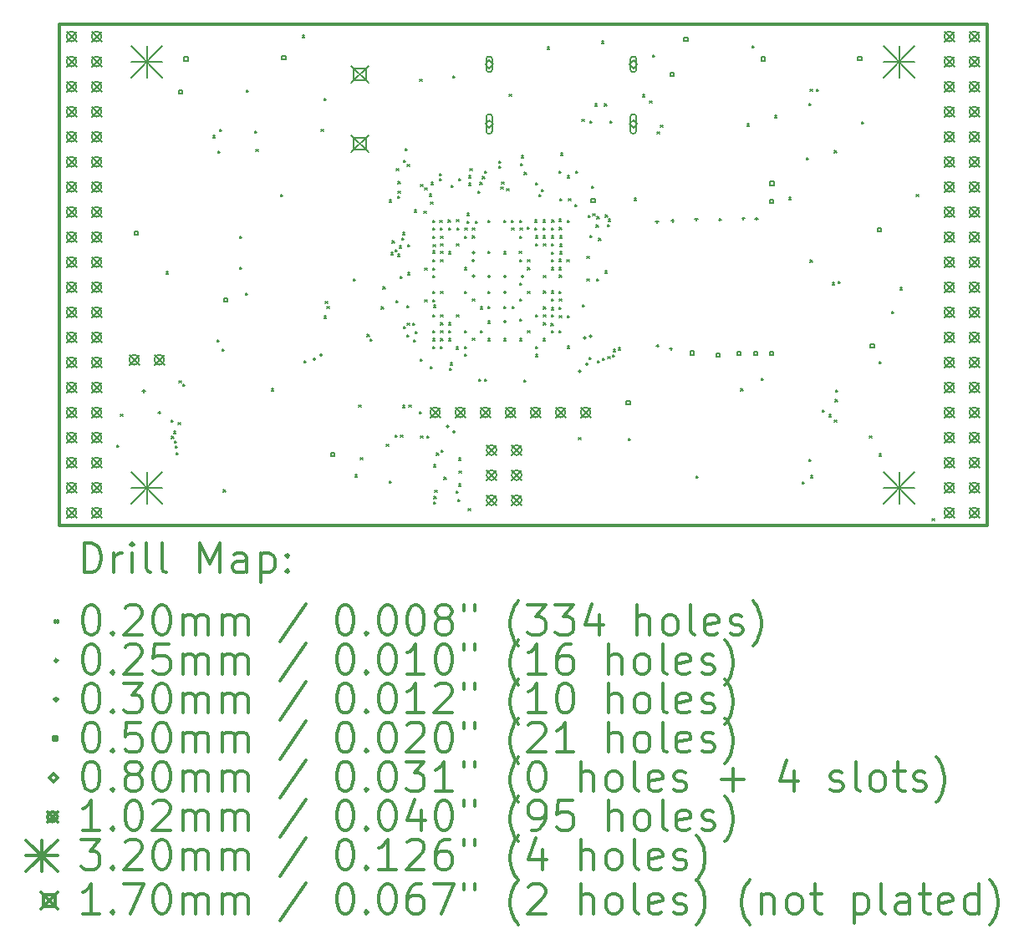
<source format=gbr>
%FSLAX45Y45*%
G04 Gerber Fmt 4.5, Leading zero omitted, Abs format (unit mm)*
G04 Created by KiCad (PCBNEW 4.0.7+dfsg1-1) date Fri Nov 10 03:01:24 2017*
%MOMM*%
%LPD*%
G01*
G04 APERTURE LIST*
%ADD10C,0.127000*%
%ADD11C,0.300000*%
%ADD12C,0.200000*%
G04 APERTURE END LIST*
D10*
D11*
X9410000Y-6142000D02*
X9410000Y-11222000D01*
X18808000Y-6142000D02*
X9410000Y-6142000D01*
X18808000Y-11222000D02*
X18808000Y-6142000D01*
X9410000Y-11222000D02*
X18808000Y-11222000D01*
D12*
X9998000Y-10410000D02*
X10018000Y-10430000D01*
X10018000Y-10410000D02*
X9998000Y-10430000D01*
X10035000Y-10094400D02*
X10055000Y-10114400D01*
X10055000Y-10094400D02*
X10035000Y-10114400D01*
X10493771Y-8653299D02*
X10513771Y-8673299D01*
X10513771Y-8653299D02*
X10493771Y-8673299D01*
X10547276Y-10156132D02*
X10567276Y-10176132D01*
X10567276Y-10156132D02*
X10547276Y-10176132D01*
X10552725Y-10321224D02*
X10572725Y-10341224D01*
X10572725Y-10321224D02*
X10552725Y-10341224D01*
X10571376Y-10271934D02*
X10591376Y-10291934D01*
X10591376Y-10271934D02*
X10571376Y-10291934D01*
X10579560Y-10366582D02*
X10599560Y-10386582D01*
X10599560Y-10366582D02*
X10579560Y-10386582D01*
X10589272Y-10418380D02*
X10609272Y-10438380D01*
X10609272Y-10418380D02*
X10589272Y-10438380D01*
X10598875Y-10487404D02*
X10618875Y-10507404D01*
X10618875Y-10487404D02*
X10598875Y-10507404D01*
X10618105Y-10179347D02*
X10638105Y-10199347D01*
X10638105Y-10179347D02*
X10618105Y-10199347D01*
X10626851Y-9756275D02*
X10646851Y-9776275D01*
X10646851Y-9756275D02*
X10626851Y-9776275D01*
X10664117Y-9793541D02*
X10684117Y-9813541D01*
X10684117Y-9793541D02*
X10664117Y-9813541D01*
X10972800Y-7273000D02*
X10992800Y-7293000D01*
X10992800Y-7273000D02*
X10972800Y-7293000D01*
X11014904Y-9343377D02*
X11034904Y-9363377D01*
X11034904Y-9343377D02*
X11014904Y-9363377D01*
X11021352Y-7428070D02*
X11041352Y-7448070D01*
X11041352Y-7428070D02*
X11021352Y-7448070D01*
X11038300Y-7211500D02*
X11058300Y-7231500D01*
X11058300Y-7211500D02*
X11038300Y-7231500D01*
X11061873Y-9435178D02*
X11081873Y-9455178D01*
X11081873Y-9435178D02*
X11061873Y-9455178D01*
X11075528Y-10862638D02*
X11095528Y-10882638D01*
X11095528Y-10862638D02*
X11075528Y-10882638D01*
X11241500Y-8291000D02*
X11261500Y-8311000D01*
X11261500Y-8291000D02*
X11241500Y-8311000D01*
X11241500Y-8608500D02*
X11261500Y-8628500D01*
X11261500Y-8608500D02*
X11241500Y-8628500D01*
X11298000Y-8870000D02*
X11318000Y-8890000D01*
X11318000Y-8870000D02*
X11298000Y-8890000D01*
X11311224Y-6814440D02*
X11331224Y-6834440D01*
X11331224Y-6814440D02*
X11311224Y-6834440D01*
X11393900Y-7224200D02*
X11413900Y-7244200D01*
X11413900Y-7224200D02*
X11393900Y-7244200D01*
X11406600Y-7414700D02*
X11426600Y-7434700D01*
X11426600Y-7414700D02*
X11406600Y-7434700D01*
X11563000Y-9839314D02*
X11583000Y-9859314D01*
X11583000Y-9839314D02*
X11563000Y-9859314D01*
X11655434Y-7867799D02*
X11675434Y-7887799D01*
X11675434Y-7867799D02*
X11655434Y-7887799D01*
X11875869Y-6255897D02*
X11895869Y-6275897D01*
X11895869Y-6255897D02*
X11875869Y-6275897D01*
X11890851Y-9556294D02*
X11910851Y-9576294D01*
X11910851Y-9556294D02*
X11890851Y-9576294D01*
X12067000Y-7211500D02*
X12087000Y-7231500D01*
X12087000Y-7211500D02*
X12067000Y-7231500D01*
X12094120Y-9102507D02*
X12114120Y-9122507D01*
X12114120Y-9102507D02*
X12094120Y-9122507D01*
X12098665Y-6897853D02*
X12118665Y-6917853D01*
X12118665Y-6897853D02*
X12098665Y-6917853D01*
X12110622Y-8956298D02*
X12130622Y-8976298D01*
X12130622Y-8956298D02*
X12110622Y-8976298D01*
X12126901Y-9006422D02*
X12146901Y-9026422D01*
X12146901Y-9006422D02*
X12126901Y-9026422D01*
X12392771Y-8724771D02*
X12412771Y-8744771D01*
X12412771Y-8724771D02*
X12392771Y-8744771D01*
X12392771Y-8724771D02*
X12412771Y-8744771D01*
X12412771Y-8724771D02*
X12392771Y-8744771D01*
X12410242Y-10710764D02*
X12430242Y-10730764D01*
X12430242Y-10710764D02*
X12410242Y-10730764D01*
X12448000Y-10005500D02*
X12468000Y-10025500D01*
X12468000Y-10005500D02*
X12448000Y-10025500D01*
X12464182Y-10539469D02*
X12484182Y-10559469D01*
X12484182Y-10539469D02*
X12464182Y-10559469D01*
X12532397Y-9289213D02*
X12552397Y-9309213D01*
X12552397Y-9289213D02*
X12532397Y-9309213D01*
X12564098Y-9335243D02*
X12584098Y-9355243D01*
X12584098Y-9335243D02*
X12564098Y-9355243D01*
X12678000Y-9010000D02*
X12698000Y-9030000D01*
X12698000Y-9010000D02*
X12678000Y-9030000D01*
X12694005Y-8806691D02*
X12714005Y-8826691D01*
X12714005Y-8806691D02*
X12694005Y-8826691D01*
X12725815Y-10402805D02*
X12745815Y-10422805D01*
X12745815Y-10402805D02*
X12725815Y-10422805D01*
X12754366Y-7925556D02*
X12774366Y-7945556D01*
X12774366Y-7925556D02*
X12754366Y-7945556D01*
X12755664Y-10771679D02*
X12775664Y-10791679D01*
X12775664Y-10771679D02*
X12755664Y-10791679D01*
X12772416Y-8457681D02*
X12792416Y-8477681D01*
X12792416Y-8457681D02*
X12772416Y-8477681D01*
X12786626Y-8341578D02*
X12806626Y-8361578D01*
X12806626Y-8341578D02*
X12786626Y-8361578D01*
X12816199Y-8428346D02*
X12836199Y-8448346D01*
X12836199Y-8428346D02*
X12816199Y-8448346D01*
X12818000Y-10310000D02*
X12838000Y-10330000D01*
X12838000Y-10310000D02*
X12818000Y-10330000D01*
X12822131Y-8943995D02*
X12842131Y-8963995D01*
X12842131Y-8943995D02*
X12822131Y-8963995D01*
X12828675Y-7605717D02*
X12848675Y-7625717D01*
X12848675Y-7605717D02*
X12828675Y-7625717D01*
X12838971Y-8476738D02*
X12858971Y-8496738D01*
X12858971Y-8476738D02*
X12838971Y-8496738D01*
X12841590Y-7889418D02*
X12861590Y-7909418D01*
X12861590Y-7889418D02*
X12841590Y-7909418D01*
X12844557Y-7737658D02*
X12864557Y-7757658D01*
X12864557Y-7737658D02*
X12844557Y-7757658D01*
X12846973Y-7836992D02*
X12866973Y-7856992D01*
X12866973Y-7836992D02*
X12846973Y-7856992D01*
X12856960Y-8392024D02*
X12876960Y-8412024D01*
X12876960Y-8392024D02*
X12856960Y-8412024D01*
X12867665Y-8701088D02*
X12887665Y-8721088D01*
X12887665Y-8701088D02*
X12867665Y-8721088D01*
X12870682Y-10308590D02*
X12890682Y-10328590D01*
X12890682Y-10308590D02*
X12870682Y-10328590D01*
X12884885Y-8308326D02*
X12904885Y-8328326D01*
X12904885Y-8308326D02*
X12884885Y-8328326D01*
X12890520Y-10007480D02*
X12910520Y-10027480D01*
X12910520Y-10007480D02*
X12890520Y-10027480D01*
X12891675Y-8256064D02*
X12911675Y-8276064D01*
X12911675Y-8256064D02*
X12891675Y-8276064D01*
X12899271Y-9209534D02*
X12919271Y-9229534D01*
X12919271Y-9209534D02*
X12899271Y-9229534D01*
X12902508Y-7521580D02*
X12922508Y-7541580D01*
X12922508Y-7521580D02*
X12902508Y-7541580D01*
X12915222Y-7404246D02*
X12935222Y-7424246D01*
X12935222Y-7404246D02*
X12915222Y-7424246D01*
X12933809Y-9291445D02*
X12953809Y-9311445D01*
X12953809Y-9291445D02*
X12933809Y-9311445D01*
X12935918Y-8993919D02*
X12955918Y-9013919D01*
X12955918Y-8993919D02*
X12935918Y-9013919D01*
X12939334Y-7563781D02*
X12959334Y-7583781D01*
X12959334Y-7563781D02*
X12939334Y-7583781D01*
X12939363Y-9175328D02*
X12959363Y-9195328D01*
X12959363Y-9175328D02*
X12939363Y-9195328D01*
X12941393Y-8376098D02*
X12961393Y-8396098D01*
X12961393Y-8376098D02*
X12941393Y-8396098D01*
X12944260Y-8660352D02*
X12964260Y-8680352D01*
X12964260Y-8660352D02*
X12944260Y-8680352D01*
X12956000Y-10005500D02*
X12976000Y-10025500D01*
X12976000Y-10005500D02*
X12956000Y-10025500D01*
X12992268Y-9173424D02*
X13012268Y-9193424D01*
X13012268Y-9173424D02*
X12992268Y-9193424D01*
X13004189Y-9343203D02*
X13024189Y-9363203D01*
X13024189Y-9343203D02*
X13004189Y-9363203D01*
X13009682Y-8027773D02*
X13029682Y-8047773D01*
X13029682Y-8027773D02*
X13009682Y-8047773D01*
X13017964Y-9257477D02*
X13037964Y-9277477D01*
X13037964Y-9257477D02*
X13017964Y-9277477D01*
X13059238Y-10069000D02*
X13079238Y-10089000D01*
X13079238Y-10069000D02*
X13059238Y-10089000D01*
X13066199Y-6701962D02*
X13086199Y-6721962D01*
X13086199Y-6701962D02*
X13066199Y-6721962D01*
X13070707Y-9535414D02*
X13090707Y-9555414D01*
X13090707Y-9535414D02*
X13070707Y-9555414D01*
X13073949Y-10316052D02*
X13093949Y-10336052D01*
X13093949Y-10316052D02*
X13073949Y-10336052D01*
X13075683Y-7768682D02*
X13095683Y-7788682D01*
X13095683Y-7768682D02*
X13075683Y-7788682D01*
X13108000Y-8040000D02*
X13128000Y-8060000D01*
X13128000Y-8040000D02*
X13108000Y-8060000D01*
X13115313Y-7803422D02*
X13135313Y-7823422D01*
X13135313Y-7803422D02*
X13115313Y-7823422D01*
X13115453Y-8615136D02*
X13135453Y-8635136D01*
X13135453Y-8615136D02*
X13115453Y-8635136D01*
X13118000Y-8935084D02*
X13138000Y-8955084D01*
X13138000Y-8935084D02*
X13118000Y-8955084D01*
X13135385Y-10316052D02*
X13155385Y-10336052D01*
X13155385Y-10316052D02*
X13135385Y-10336052D01*
X13160933Y-7864587D02*
X13180933Y-7884587D01*
X13180933Y-7864587D02*
X13160933Y-7884587D01*
X13170890Y-9612737D02*
X13190890Y-9632737D01*
X13190890Y-9612737D02*
X13170890Y-9632737D01*
X13174731Y-7948989D02*
X13194731Y-7968989D01*
X13194731Y-7948989D02*
X13174731Y-7968989D01*
X13182329Y-7748485D02*
X13202329Y-7768485D01*
X13202329Y-7748485D02*
X13182329Y-7768485D01*
X13197765Y-9087799D02*
X13217765Y-9107799D01*
X13217765Y-9087799D02*
X13197765Y-9107799D01*
X13197789Y-8617215D02*
X13217789Y-8637215D01*
X13217789Y-8617215D02*
X13197789Y-8637215D01*
X13197962Y-8532814D02*
X13217962Y-8552814D01*
X13217962Y-8532814D02*
X13197962Y-8552814D01*
X13198000Y-8440334D02*
X13218000Y-8460334D01*
X13218000Y-8440334D02*
X13198000Y-8460334D01*
X13198000Y-8130000D02*
X13218000Y-8150000D01*
X13218000Y-8130000D02*
X13198000Y-8150000D01*
X13198000Y-8207799D02*
X13218000Y-8227799D01*
X13218000Y-8207799D02*
X13198000Y-8227799D01*
X13198000Y-8690000D02*
X13218000Y-8710000D01*
X13218000Y-8690000D02*
X13198000Y-8710000D01*
X13198000Y-8850000D02*
X13218000Y-8870000D01*
X13218000Y-8850000D02*
X13198000Y-8870000D01*
X13198000Y-8935084D02*
X13218000Y-8955084D01*
X13218000Y-8935084D02*
X13198000Y-8955084D01*
X13198000Y-9250000D02*
X13218000Y-9270000D01*
X13218000Y-9250000D02*
X13198000Y-9270000D01*
X13198000Y-9330000D02*
X13218000Y-9350000D01*
X13218000Y-9330000D02*
X13198000Y-9350000D01*
X13198000Y-9410000D02*
X13218000Y-9430000D01*
X13218000Y-9410000D02*
X13198000Y-9430000D01*
X13198482Y-8292201D02*
X13218482Y-8312201D01*
X13218482Y-8292201D02*
X13198482Y-8312201D01*
X13201744Y-8376602D02*
X13221744Y-8396602D01*
X13221744Y-8376602D02*
X13201744Y-8396602D01*
X13204611Y-10984026D02*
X13224611Y-11004026D01*
X13224611Y-10984026D02*
X13204611Y-11004026D01*
X13205608Y-8993095D02*
X13225608Y-9013095D01*
X13225608Y-8993095D02*
X13205608Y-9013095D01*
X13206286Y-10608587D02*
X13226286Y-10628587D01*
X13226286Y-10608587D02*
X13206286Y-10628587D01*
X13208900Y-10931500D02*
X13228900Y-10951500D01*
X13228900Y-10931500D02*
X13208900Y-10951500D01*
X13218000Y-10870000D02*
X13238000Y-10890000D01*
X13238000Y-10870000D02*
X13218000Y-10890000D01*
X13234844Y-10489450D02*
X13254844Y-10509450D01*
X13254844Y-10489450D02*
X13234844Y-10509450D01*
X13263724Y-7657621D02*
X13283724Y-7677621D01*
X13283724Y-7657621D02*
X13263724Y-7677621D01*
X13266117Y-7710267D02*
X13286117Y-7730267D01*
X13286117Y-7710267D02*
X13266117Y-7730267D01*
X13268333Y-8129999D02*
X13288333Y-8149999D01*
X13288333Y-8129999D02*
X13268333Y-8149999D01*
X13271035Y-8207799D02*
X13291035Y-8227799D01*
X13291035Y-8207799D02*
X13271035Y-8227799D01*
X13274623Y-9409707D02*
X13294623Y-9429707D01*
X13294623Y-9409707D02*
X13274623Y-9429707D01*
X13277580Y-8532814D02*
X13297580Y-8552814D01*
X13297580Y-8532814D02*
X13277580Y-8552814D01*
X13278000Y-8292201D02*
X13298000Y-8312201D01*
X13298000Y-8292201D02*
X13278000Y-8312201D01*
X13278000Y-8850000D02*
X13298000Y-8870000D01*
X13298000Y-8850000D02*
X13278000Y-8870000D01*
X13278000Y-9090000D02*
X13298000Y-9110000D01*
X13298000Y-9090000D02*
X13278000Y-9110000D01*
X13278000Y-9170000D02*
X13298000Y-9190000D01*
X13298000Y-9170000D02*
X13278000Y-9190000D01*
X13278000Y-9250000D02*
X13298000Y-9270000D01*
X13298000Y-9250000D02*
X13278000Y-9270000D01*
X13278000Y-9330000D02*
X13298000Y-9350000D01*
X13298000Y-9330000D02*
X13278000Y-9350000D01*
X13278042Y-8446122D02*
X13298042Y-8466122D01*
X13298042Y-8446122D02*
X13278042Y-8466122D01*
X13278650Y-8367799D02*
X13298650Y-8387799D01*
X13298650Y-8367799D02*
X13278650Y-8387799D01*
X13283696Y-10459892D02*
X13303696Y-10479892D01*
X13303696Y-10459892D02*
X13283696Y-10479892D01*
X13311600Y-10736500D02*
X13331600Y-10756500D01*
X13331600Y-10736500D02*
X13311600Y-10756500D01*
X13352734Y-8129641D02*
X13372734Y-8149641D01*
X13372734Y-8129641D02*
X13352734Y-8149641D01*
X13355436Y-8207799D02*
X13375436Y-8227799D01*
X13375436Y-8207799D02*
X13355436Y-8227799D01*
X13357194Y-8449520D02*
X13377194Y-8469520D01*
X13377194Y-8449520D02*
X13357194Y-8469520D01*
X13358000Y-9170000D02*
X13378000Y-9190000D01*
X13378000Y-9170000D02*
X13358000Y-9190000D01*
X13358000Y-9250000D02*
X13378000Y-9270000D01*
X13378000Y-9250000D02*
X13358000Y-9270000D01*
X13358548Y-9330230D02*
X13378548Y-9350230D01*
X13378548Y-9330230D02*
X13358548Y-9350230D01*
X13366285Y-9629515D02*
X13386285Y-9649515D01*
X13386285Y-9629515D02*
X13366285Y-9649515D01*
X13375239Y-9577580D02*
X13395239Y-9597580D01*
X13395239Y-9577580D02*
X13375239Y-9597580D01*
X13382219Y-7775484D02*
X13402219Y-7795484D01*
X13402219Y-7775484D02*
X13382219Y-7795484D01*
X13397916Y-6668615D02*
X13417916Y-6688615D01*
X13417916Y-6668615D02*
X13397916Y-6688615D01*
X13435582Y-9416717D02*
X13455582Y-9436717D01*
X13455582Y-9416717D02*
X13435582Y-9436717D01*
X13436400Y-10874197D02*
X13456400Y-10894197D01*
X13456400Y-10874197D02*
X13436400Y-10894197D01*
X13437135Y-8124791D02*
X13457135Y-8144791D01*
X13457135Y-8124791D02*
X13437135Y-8144791D01*
X13438000Y-8370000D02*
X13458000Y-8390000D01*
X13458000Y-8370000D02*
X13438000Y-8390000D01*
X13438000Y-9090000D02*
X13458000Y-9110000D01*
X13458000Y-9090000D02*
X13438000Y-9110000D01*
X13440141Y-8207758D02*
X13460141Y-8227758D01*
X13460141Y-8207758D02*
X13440141Y-8227758D01*
X13453687Y-10961995D02*
X13473687Y-10981995D01*
X13473687Y-10961995D02*
X13453687Y-10981995D01*
X13457587Y-10803159D02*
X13477587Y-10823159D01*
X13477587Y-10803159D02*
X13457587Y-10823159D01*
X13460201Y-7710000D02*
X13480201Y-7730000D01*
X13480201Y-7710000D02*
X13460201Y-7730000D01*
X13460735Y-10540845D02*
X13480735Y-10560845D01*
X13480735Y-10540845D02*
X13460735Y-10560845D01*
X13465065Y-10671051D02*
X13485065Y-10691051D01*
X13485065Y-10671051D02*
X13465065Y-10691051D01*
X13517331Y-8851860D02*
X13537331Y-8871860D01*
X13537331Y-8851860D02*
X13517331Y-8871860D01*
X13518000Y-8292201D02*
X13538000Y-8312201D01*
X13538000Y-8292201D02*
X13518000Y-8312201D01*
X13518000Y-8610000D02*
X13538000Y-8630000D01*
X13538000Y-8610000D02*
X13518000Y-8630000D01*
X13518000Y-9250000D02*
X13538000Y-9270000D01*
X13538000Y-9250000D02*
X13518000Y-9270000D01*
X13518463Y-9488530D02*
X13538463Y-9508530D01*
X13538463Y-9488530D02*
X13518463Y-9508530D01*
X13518862Y-9412562D02*
X13538862Y-9432562D01*
X13538862Y-9412562D02*
X13518862Y-9432562D01*
X13524542Y-8207681D02*
X13544542Y-8227681D01*
X13544542Y-8207681D02*
X13524542Y-8227681D01*
X13546744Y-8060230D02*
X13566744Y-8080230D01*
X13566744Y-8060230D02*
X13546744Y-8080230D01*
X13546744Y-8138922D02*
X13566744Y-8158922D01*
X13566744Y-8138922D02*
X13546744Y-8158922D01*
X13555656Y-11051071D02*
X13575656Y-11071071D01*
X13575656Y-11051071D02*
X13555656Y-11071071D01*
X13559498Y-7754855D02*
X13579498Y-7774855D01*
X13579498Y-7754855D02*
X13559498Y-7774855D01*
X13562542Y-7680938D02*
X13582542Y-7700938D01*
X13582542Y-7680938D02*
X13562542Y-7700938D01*
X13573070Y-7610061D02*
X13593070Y-7630061D01*
X13593070Y-7610061D02*
X13573070Y-7630061D01*
X13598000Y-8210000D02*
X13618000Y-8230000D01*
X13618000Y-8210000D02*
X13598000Y-8230000D01*
X13598000Y-8290000D02*
X13618000Y-8310000D01*
X13618000Y-8290000D02*
X13598000Y-8310000D01*
X13598517Y-8929483D02*
X13618517Y-8949483D01*
X13618517Y-8929483D02*
X13598517Y-8949483D01*
X13599596Y-9326965D02*
X13619596Y-9346965D01*
X13619596Y-9326965D02*
X13599596Y-9346965D01*
X13631144Y-8139731D02*
X13651144Y-8159731D01*
X13651144Y-8139731D02*
X13631144Y-8159731D01*
X13653412Y-7835167D02*
X13673412Y-7855167D01*
X13673412Y-7835167D02*
X13653412Y-7855167D01*
X13664090Y-9741450D02*
X13684090Y-9761450D01*
X13684090Y-9741450D02*
X13664090Y-9761450D01*
X13675600Y-7746298D02*
X13695600Y-7766298D01*
X13695600Y-7746298D02*
X13675600Y-7766298D01*
X13678000Y-9250000D02*
X13698000Y-9270000D01*
X13698000Y-9250000D02*
X13678000Y-9270000D01*
X13678517Y-9009483D02*
X13698517Y-9029483D01*
X13698517Y-9009483D02*
X13678517Y-9029483D01*
X13700695Y-7687992D02*
X13720695Y-7707992D01*
X13720695Y-7687992D02*
X13700695Y-7707992D01*
X13719559Y-9743802D02*
X13739559Y-9763802D01*
X13739559Y-9743802D02*
X13719559Y-9763802D01*
X13720873Y-7631502D02*
X13740873Y-7651502D01*
X13740873Y-7631502D02*
X13720873Y-7651502D01*
X13755905Y-9153803D02*
X13775905Y-9173803D01*
X13775905Y-9153803D02*
X13755905Y-9173803D01*
X13758000Y-8130000D02*
X13778000Y-8150000D01*
X13778000Y-8130000D02*
X13758000Y-8150000D01*
X13758000Y-8850000D02*
X13778000Y-8870000D01*
X13778000Y-8850000D02*
X13758000Y-8870000D01*
X13758000Y-9007299D02*
X13778000Y-9027299D01*
X13778000Y-9007299D02*
X13758000Y-9027299D01*
X13758000Y-9330000D02*
X13778000Y-9350000D01*
X13778000Y-9330000D02*
X13758000Y-9350000D01*
X13758056Y-8443409D02*
X13778056Y-8463409D01*
X13778056Y-8443409D02*
X13758056Y-8463409D01*
X13867568Y-7584299D02*
X13887568Y-7604299D01*
X13887568Y-7584299D02*
X13867568Y-7604299D01*
X13867920Y-7530076D02*
X13887920Y-7550076D01*
X13887920Y-7530076D02*
X13867920Y-7550076D01*
X13886806Y-7794095D02*
X13906806Y-7814095D01*
X13906806Y-7794095D02*
X13886806Y-7814095D01*
X13894656Y-7741765D02*
X13914656Y-7761765D01*
X13914656Y-7741765D02*
X13894656Y-7761765D01*
X13917252Y-8451135D02*
X13937252Y-8471135D01*
X13937252Y-8451135D02*
X13917252Y-8471135D01*
X13918000Y-8130000D02*
X13938000Y-8150000D01*
X13938000Y-8130000D02*
X13918000Y-8150000D01*
X13918000Y-9002299D02*
X13938000Y-9022299D01*
X13938000Y-9002299D02*
X13918000Y-9022299D01*
X13918000Y-9330000D02*
X13938000Y-9350000D01*
X13938000Y-9330000D02*
X13918000Y-9350000D01*
X13947862Y-7810586D02*
X13967862Y-7830586D01*
X13967862Y-7810586D02*
X13947862Y-7830586D01*
X13972000Y-6856567D02*
X13992000Y-6876567D01*
X13992000Y-6856567D02*
X13972000Y-6876567D01*
X13993599Y-8130000D02*
X14013599Y-8150000D01*
X14013599Y-8130000D02*
X13993599Y-8150000D01*
X13998000Y-8210000D02*
X14018000Y-8230000D01*
X14018000Y-8210000D02*
X13998000Y-8230000D01*
X13999489Y-9002299D02*
X14019489Y-9022299D01*
X14019489Y-9002299D02*
X13999489Y-9022299D01*
X14073600Y-8443400D02*
X14093600Y-8463400D01*
X14093600Y-8443400D02*
X14073600Y-8463400D01*
X14076403Y-8294140D02*
X14096403Y-8314140D01*
X14096403Y-8294140D02*
X14076403Y-8314140D01*
X14077419Y-9133335D02*
X14097419Y-9153335D01*
X14097419Y-9133335D02*
X14077419Y-9153335D01*
X14078000Y-8130000D02*
X14098000Y-8150000D01*
X14098000Y-8130000D02*
X14078000Y-8150000D01*
X14078000Y-8530000D02*
X14098000Y-8550000D01*
X14098000Y-8530000D02*
X14078000Y-8550000D01*
X14078000Y-8770000D02*
X14098000Y-8790000D01*
X14098000Y-8770000D02*
X14078000Y-8790000D01*
X14078000Y-8930000D02*
X14098000Y-8950000D01*
X14098000Y-8930000D02*
X14078000Y-8950000D01*
X14078000Y-9330000D02*
X14098000Y-9350000D01*
X14098000Y-9330000D02*
X14078000Y-9350000D01*
X14082401Y-8207928D02*
X14102401Y-8227928D01*
X14102401Y-8207928D02*
X14082401Y-8227928D01*
X14088006Y-7558194D02*
X14108006Y-7578194D01*
X14108006Y-7558194D02*
X14088006Y-7578194D01*
X14094664Y-7477380D02*
X14114664Y-7497380D01*
X14114664Y-7477380D02*
X14094664Y-7497380D01*
X14118000Y-9750000D02*
X14138000Y-9770000D01*
X14138000Y-9750000D02*
X14118000Y-9770000D01*
X14124297Y-7645500D02*
X14144297Y-7665500D01*
X14144297Y-7645500D02*
X14124297Y-7665500D01*
X14155799Y-8203034D02*
X14175799Y-8223034D01*
X14175799Y-8203034D02*
X14155799Y-8223034D01*
X14158000Y-8530000D02*
X14178000Y-8550000D01*
X14178000Y-8530000D02*
X14158000Y-8550000D01*
X14158000Y-8610000D02*
X14178000Y-8630000D01*
X14178000Y-8610000D02*
X14158000Y-8630000D01*
X14158000Y-8850000D02*
X14178000Y-8870000D01*
X14178000Y-8850000D02*
X14158000Y-8870000D01*
X14158000Y-9250000D02*
X14178000Y-9270000D01*
X14178000Y-9250000D02*
X14158000Y-9270000D01*
X14229642Y-8209139D02*
X14249642Y-8229139D01*
X14249642Y-8209139D02*
X14229642Y-8229139D01*
X14231398Y-8128224D02*
X14251398Y-8148224D01*
X14251398Y-8128224D02*
X14231398Y-8148224D01*
X14237355Y-8289891D02*
X14257355Y-8309891D01*
X14257355Y-8289891D02*
X14237355Y-8309891D01*
X14238000Y-7750000D02*
X14258000Y-7770000D01*
X14258000Y-7750000D02*
X14238000Y-7770000D01*
X14238000Y-8370000D02*
X14258000Y-8390000D01*
X14258000Y-8370000D02*
X14238000Y-8390000D01*
X14238000Y-9090000D02*
X14258000Y-9110000D01*
X14258000Y-9090000D02*
X14238000Y-9110000D01*
X14238000Y-9410000D02*
X14258000Y-9430000D01*
X14258000Y-9410000D02*
X14238000Y-9430000D01*
X14238000Y-9490000D02*
X14258000Y-9510000D01*
X14258000Y-9490000D02*
X14238000Y-9510000D01*
X14274121Y-7868425D02*
X14294121Y-7888425D01*
X14294121Y-7868425D02*
X14274121Y-7888425D01*
X14295799Y-7820389D02*
X14315799Y-7840389D01*
X14315799Y-7820389D02*
X14295799Y-7840389D01*
X14315799Y-8127963D02*
X14335799Y-8147963D01*
X14335799Y-8127963D02*
X14315799Y-8147963D01*
X14315799Y-8210715D02*
X14335799Y-8230715D01*
X14335799Y-8210715D02*
X14315799Y-8230715D01*
X14315799Y-8290000D02*
X14335799Y-8310000D01*
X14335799Y-8290000D02*
X14315799Y-8310000D01*
X14316969Y-9331491D02*
X14336969Y-9351491D01*
X14336969Y-9331491D02*
X14316969Y-9351491D01*
X14317803Y-8849503D02*
X14337803Y-8869503D01*
X14337803Y-8849503D02*
X14317803Y-8869503D01*
X14318000Y-8370000D02*
X14338000Y-8390000D01*
X14338000Y-8370000D02*
X14318000Y-8390000D01*
X14318000Y-8690000D02*
X14338000Y-8710000D01*
X14338000Y-8690000D02*
X14318000Y-8710000D01*
X14318000Y-9090000D02*
X14338000Y-9110000D01*
X14338000Y-9090000D02*
X14318000Y-9110000D01*
X14318000Y-9170000D02*
X14338000Y-9190000D01*
X14338000Y-9170000D02*
X14318000Y-9190000D01*
X14318182Y-9010195D02*
X14338182Y-9030195D01*
X14338182Y-9010195D02*
X14318182Y-9030195D01*
X14355067Y-6376252D02*
X14375067Y-6396252D01*
X14375067Y-6376252D02*
X14355067Y-6396252D01*
X14396483Y-9177765D02*
X14416483Y-9197765D01*
X14416483Y-9177765D02*
X14396483Y-9197765D01*
X14397624Y-8929530D02*
X14417624Y-8949530D01*
X14417624Y-8929530D02*
X14397624Y-8949530D01*
X14397701Y-9016697D02*
X14417701Y-9036697D01*
X14417701Y-9016697D02*
X14397701Y-9036697D01*
X14398000Y-8610000D02*
X14418000Y-8630000D01*
X14418000Y-8610000D02*
X14398000Y-8630000D01*
X14398000Y-9090000D02*
X14418000Y-9110000D01*
X14418000Y-9090000D02*
X14398000Y-9110000D01*
X14398283Y-8848451D02*
X14418283Y-8868451D01*
X14418283Y-8848451D02*
X14398283Y-8868451D01*
X14400201Y-8208560D02*
X14420201Y-8228560D01*
X14420201Y-8208560D02*
X14400201Y-8228560D01*
X14400201Y-8290000D02*
X14420201Y-8310000D01*
X14420201Y-8290000D02*
X14400201Y-8310000D01*
X14400201Y-8529722D02*
X14420201Y-8549722D01*
X14420201Y-8529722D02*
X14400201Y-8549722D01*
X14400319Y-8367799D02*
X14420319Y-8387799D01*
X14420319Y-8367799D02*
X14400319Y-8387799D01*
X14400319Y-8452201D02*
X14420319Y-8472201D01*
X14420319Y-8452201D02*
X14400319Y-8472201D01*
X14401325Y-9248876D02*
X14421325Y-9268876D01*
X14421325Y-9248876D02*
X14401325Y-9268876D01*
X14404602Y-8127478D02*
X14424602Y-8147478D01*
X14424602Y-8127478D02*
X14404602Y-8147478D01*
X14476042Y-7630617D02*
X14496042Y-7650617D01*
X14496042Y-7630617D02*
X14476042Y-7650617D01*
X14476724Y-9012976D02*
X14496724Y-9032976D01*
X14496724Y-9012976D02*
X14476724Y-9032976D01*
X14476810Y-8527135D02*
X14496810Y-8547135D01*
X14496810Y-8527135D02*
X14476810Y-8547135D01*
X14477515Y-8611890D02*
X14497515Y-8631890D01*
X14497515Y-8611890D02*
X14477515Y-8631890D01*
X14477765Y-8852201D02*
X14497765Y-8872201D01*
X14497765Y-8852201D02*
X14477765Y-8872201D01*
X14478000Y-8120333D02*
X14498000Y-8140333D01*
X14498000Y-8120333D02*
X14478000Y-8140333D01*
X14478235Y-9247799D02*
X14498235Y-9267799D01*
X14498235Y-9247799D02*
X14478235Y-9267799D01*
X14478812Y-8204735D02*
X14498812Y-8224735D01*
X14498812Y-8204735D02*
X14478812Y-8224735D01*
X14479163Y-9097377D02*
X14499163Y-9117377D01*
X14499163Y-9097377D02*
X14479163Y-9117377D01*
X14479260Y-8928574D02*
X14499260Y-8948574D01*
X14499260Y-8928574D02*
X14479260Y-8948574D01*
X14479432Y-8687756D02*
X14499432Y-8707756D01*
X14499432Y-8687756D02*
X14479432Y-8707756D01*
X14481566Y-8449874D02*
X14501566Y-8469874D01*
X14501566Y-8449874D02*
X14481566Y-8469874D01*
X14481689Y-8289136D02*
X14501689Y-8309136D01*
X14501689Y-8289136D02*
X14481689Y-8309136D01*
X14481729Y-8373537D02*
X14501729Y-8393537D01*
X14501729Y-8373537D02*
X14481729Y-8393537D01*
X14486249Y-7913538D02*
X14506249Y-7933538D01*
X14506249Y-7913538D02*
X14486249Y-7933538D01*
X14491706Y-7451113D02*
X14511706Y-7471113D01*
X14511706Y-7451113D02*
X14491706Y-7471113D01*
X14557281Y-8529606D02*
X14577281Y-8549606D01*
X14577281Y-8529606D02*
X14557281Y-8549606D01*
X14558000Y-8130000D02*
X14578000Y-8150000D01*
X14578000Y-8130000D02*
X14558000Y-8150000D01*
X14558000Y-9407799D02*
X14578000Y-9427799D01*
X14578000Y-9407799D02*
X14558000Y-9427799D01*
X14559846Y-9097377D02*
X14579846Y-9117377D01*
X14579846Y-9097377D02*
X14559846Y-9117377D01*
X14561398Y-7679537D02*
X14581398Y-7699537D01*
X14581398Y-7679537D02*
X14561398Y-7699537D01*
X14573400Y-7909811D02*
X14593400Y-7929811D01*
X14593400Y-7909811D02*
X14573400Y-7929811D01*
X14638141Y-7971938D02*
X14658141Y-7991938D01*
X14658141Y-7971938D02*
X14638141Y-7991938D01*
X14645799Y-7633056D02*
X14665799Y-7653056D01*
X14665799Y-7633056D02*
X14645799Y-7653056D01*
X14674429Y-10335274D02*
X14694429Y-10355274D01*
X14694429Y-10335274D02*
X14674429Y-10355274D01*
X14708600Y-7110000D02*
X14728600Y-7130000D01*
X14728600Y-7110000D02*
X14708600Y-7130000D01*
X14710765Y-8987304D02*
X14730765Y-9007304D01*
X14730765Y-8987304D02*
X14710765Y-9007304D01*
X14758752Y-8499333D02*
X14778752Y-8519333D01*
X14778752Y-8499333D02*
X14758752Y-8519333D01*
X14759554Y-8727799D02*
X14779554Y-8747799D01*
X14779554Y-8727799D02*
X14759554Y-8747799D01*
X14770223Y-8081781D02*
X14790223Y-8101781D01*
X14790223Y-8081781D02*
X14770223Y-8101781D01*
X14782793Y-9522924D02*
X14802793Y-9542924D01*
X14802793Y-9522924D02*
X14782793Y-9542924D01*
X14788315Y-7124708D02*
X14808315Y-7144708D01*
X14808315Y-7124708D02*
X14788315Y-7144708D01*
X14790137Y-8285878D02*
X14810137Y-8305878D01*
X14810137Y-8285878D02*
X14790137Y-8305878D01*
X14806076Y-7788079D02*
X14826076Y-7808079D01*
X14826076Y-7788079D02*
X14806076Y-7808079D01*
X14819827Y-8063981D02*
X14839827Y-8083981D01*
X14839827Y-8063981D02*
X14819827Y-8083981D01*
X14837783Y-6951968D02*
X14857783Y-6971968D01*
X14857783Y-6951968D02*
X14837783Y-6971968D01*
X14851067Y-8180003D02*
X14871067Y-8200003D01*
X14871067Y-8180003D02*
X14851067Y-8200003D01*
X14858860Y-8727808D02*
X14878860Y-8747808D01*
X14878860Y-8727808D02*
X14858860Y-8747808D01*
X14861989Y-8095601D02*
X14881989Y-8115601D01*
X14881989Y-8095601D02*
X14861989Y-8115601D01*
X14864798Y-9556963D02*
X14884798Y-9576963D01*
X14884798Y-9556963D02*
X14864798Y-9576963D01*
X14877872Y-8316103D02*
X14897872Y-8336103D01*
X14897872Y-8316103D02*
X14877872Y-8336103D01*
X14908375Y-6315711D02*
X14928375Y-6335711D01*
X14928375Y-6315711D02*
X14908375Y-6335711D01*
X14918439Y-9527799D02*
X14938439Y-9547799D01*
X14938439Y-9527799D02*
X14918439Y-9547799D01*
X14937595Y-6951968D02*
X14957595Y-6971968D01*
X14957595Y-6951968D02*
X14937595Y-6971968D01*
X14942082Y-8643412D02*
X14962082Y-8663412D01*
X14962082Y-8643412D02*
X14942082Y-8663412D01*
X14944975Y-8076843D02*
X14964975Y-8096843D01*
X14964975Y-8076843D02*
X14944975Y-8096843D01*
X14967169Y-8172566D02*
X14987169Y-8192566D01*
X14987169Y-8172566D02*
X14967169Y-8192566D01*
X14969589Y-9515108D02*
X14989589Y-9535108D01*
X14989589Y-9515108D02*
X14969589Y-9535108D01*
X14974647Y-8120398D02*
X14994647Y-8140398D01*
X14994647Y-8120398D02*
X14974647Y-8140398D01*
X14993085Y-7123185D02*
X15013085Y-7143185D01*
X15013085Y-7123185D02*
X14993085Y-7143185D01*
X15017890Y-9494025D02*
X15037890Y-9514025D01*
X15037890Y-9494025D02*
X15017890Y-9514025D01*
X15024597Y-9441753D02*
X15044597Y-9461753D01*
X15044597Y-9441753D02*
X15024597Y-9461753D01*
X15078921Y-9423257D02*
X15098921Y-9443257D01*
X15098921Y-9423257D02*
X15078921Y-9443257D01*
X15179638Y-10341072D02*
X15199638Y-10361072D01*
X15199638Y-10341072D02*
X15179638Y-10361072D01*
X15239707Y-7909347D02*
X15259707Y-7929347D01*
X15259707Y-7909347D02*
X15239707Y-7929347D01*
X15322234Y-6857342D02*
X15342234Y-6877342D01*
X15342234Y-6857342D02*
X15322234Y-6877342D01*
X15394400Y-6919400D02*
X15414400Y-6939400D01*
X15414400Y-6919400D02*
X15394400Y-6939400D01*
X15422933Y-6454377D02*
X15442933Y-6474377D01*
X15442933Y-6454377D02*
X15422933Y-6474377D01*
X15469400Y-7232600D02*
X15489400Y-7252600D01*
X15489400Y-7232600D02*
X15469400Y-7252600D01*
X15504936Y-7166453D02*
X15524936Y-7186453D01*
X15524936Y-7166453D02*
X15504936Y-7186453D01*
X15861665Y-10722518D02*
X15881665Y-10742518D01*
X15881665Y-10722518D02*
X15861665Y-10742518D01*
X16317742Y-9840172D02*
X16337742Y-9860172D01*
X16337742Y-9840172D02*
X16317742Y-9860172D01*
X16380885Y-7155186D02*
X16400885Y-7175186D01*
X16400885Y-7155186D02*
X16380885Y-7175186D01*
X16433388Y-6363745D02*
X16453388Y-6383745D01*
X16453388Y-6363745D02*
X16433388Y-6383745D01*
X16524921Y-9732292D02*
X16544921Y-9752292D01*
X16544921Y-9732292D02*
X16524921Y-9752292D01*
X16657891Y-7070355D02*
X16677891Y-7090355D01*
X16677891Y-7070355D02*
X16657891Y-7090355D01*
X16806644Y-7900804D02*
X16826644Y-7920804D01*
X16826644Y-7900804D02*
X16806644Y-7920804D01*
X16940659Y-10785373D02*
X16960659Y-10805373D01*
X16960659Y-10785373D02*
X16940659Y-10805373D01*
X16979535Y-7499299D02*
X16999535Y-7519299D01*
X16999535Y-7499299D02*
X16979535Y-7519299D01*
X17005773Y-10556635D02*
X17025773Y-10576635D01*
X17025773Y-10556635D02*
X17005773Y-10576635D01*
X17008296Y-6947101D02*
X17028296Y-6967101D01*
X17028296Y-6947101D02*
X17008296Y-6967101D01*
X17020000Y-6805100D02*
X17040000Y-6825100D01*
X17040000Y-6805100D02*
X17020000Y-6825100D01*
X17020954Y-8534153D02*
X17040954Y-8554153D01*
X17040954Y-8534153D02*
X17020954Y-8554153D01*
X17026290Y-10718620D02*
X17046290Y-10738620D01*
X17046290Y-10718620D02*
X17026290Y-10738620D01*
X17085000Y-6802556D02*
X17105000Y-6822556D01*
X17105000Y-6802556D02*
X17085000Y-6822556D01*
X17144030Y-10054574D02*
X17164030Y-10074574D01*
X17164030Y-10054574D02*
X17144030Y-10074574D01*
X17209336Y-10100566D02*
X17229336Y-10120566D01*
X17229336Y-10100566D02*
X17209336Y-10120566D01*
X17246454Y-8762201D02*
X17266454Y-8782201D01*
X17266454Y-8762201D02*
X17246454Y-8782201D01*
X17264664Y-7424799D02*
X17284664Y-7444799D01*
X17284664Y-7424799D02*
X17264664Y-7444799D01*
X17266127Y-10155168D02*
X17286127Y-10175168D01*
X17286127Y-10155168D02*
X17266127Y-10175168D01*
X17273463Y-9949992D02*
X17293463Y-9969992D01*
X17293463Y-9949992D02*
X17273463Y-9969992D01*
X17277992Y-9851865D02*
X17297992Y-9871865D01*
X17297992Y-9851865D02*
X17277992Y-9871865D01*
X17303795Y-8749428D02*
X17323795Y-8769428D01*
X17323795Y-8749428D02*
X17303795Y-8769428D01*
X17539563Y-7135743D02*
X17559563Y-7155743D01*
X17559563Y-7135743D02*
X17539563Y-7155743D01*
X17620559Y-10317981D02*
X17640559Y-10337981D01*
X17640559Y-10317981D02*
X17620559Y-10337981D01*
X17717400Y-10497912D02*
X17737400Y-10517912D01*
X17737400Y-10497912D02*
X17717400Y-10517912D01*
X17718500Y-9561000D02*
X17738500Y-9581000D01*
X17738500Y-9561000D02*
X17718500Y-9581000D01*
X17845819Y-9055603D02*
X17865819Y-9075603D01*
X17865819Y-9055603D02*
X17845819Y-9075603D01*
X17927598Y-8812696D02*
X17947598Y-8832696D01*
X17947598Y-8812696D02*
X17927598Y-8832696D01*
X18096500Y-7868500D02*
X18116500Y-7888500D01*
X18116500Y-7868500D02*
X18096500Y-7888500D01*
X18257515Y-11153763D02*
X18277515Y-11173763D01*
X18277515Y-11153763D02*
X18257515Y-11173763D01*
X12010516Y-9541295D02*
G75*
G03X12010516Y-9541295I-12700J0D01*
G01*
X12076103Y-9497760D02*
G75*
G03X12076103Y-9497760I-12700J0D01*
G01*
X13357629Y-10223262D02*
G75*
G03X13357629Y-10223262I-12700J0D01*
G01*
X13420141Y-10275223D02*
G75*
G03X13420141Y-10275223I-12700J0D01*
G01*
X13620700Y-8460000D02*
G75*
G03X13620700Y-8460000I-12700J0D01*
G01*
X13620700Y-8540000D02*
G75*
G03X13620700Y-8540000I-12700J0D01*
G01*
X13623799Y-8699540D02*
G75*
G03X13623799Y-8699540I-12700J0D01*
G01*
X13780700Y-8700000D02*
G75*
G03X13780700Y-8700000I-12700J0D01*
G01*
X13939164Y-9161521D02*
G75*
G03X13939164Y-9161521I-12700J0D01*
G01*
X13940700Y-8700000D02*
G75*
G03X13940700Y-8700000I-12700J0D01*
G01*
X13940700Y-8860000D02*
G75*
G03X13940700Y-8860000I-12700J0D01*
G01*
X14116986Y-8699500D02*
G75*
G03X14116986Y-8699500I-12700J0D01*
G01*
X14698950Y-9661750D02*
G75*
G03X14698950Y-9661750I-12700J0D01*
G01*
X14748267Y-9321929D02*
G75*
G03X14748267Y-9321929I-12700J0D01*
G01*
X14766147Y-9591326D02*
G75*
G03X14766147Y-9591326I-12700J0D01*
G01*
X14804230Y-9306313D02*
G75*
G03X14804230Y-9306313I-12700J0D01*
G01*
X10271005Y-9844495D02*
X10271005Y-9874495D01*
X10256005Y-9859495D02*
X10286005Y-9859495D01*
X10426000Y-10064000D02*
X10426000Y-10094000D01*
X10411000Y-10079000D02*
X10441000Y-10079000D01*
X15465753Y-8131365D02*
X15465753Y-8161365D01*
X15450753Y-8146365D02*
X15480753Y-8146365D01*
X15472629Y-9385995D02*
X15472629Y-9415995D01*
X15457629Y-9400995D02*
X15487629Y-9400995D01*
X15607711Y-9417696D02*
X15607711Y-9447696D01*
X15592711Y-9432696D02*
X15622711Y-9432696D01*
X15626277Y-8119937D02*
X15626277Y-8149937D01*
X15611277Y-8134937D02*
X15641277Y-8134937D01*
X15868000Y-8106084D02*
X15868000Y-8136084D01*
X15853000Y-8121084D02*
X15883000Y-8121084D01*
X16106799Y-8106612D02*
X16106799Y-8136612D01*
X16091799Y-8121612D02*
X16121799Y-8121612D01*
X16342203Y-8097066D02*
X16342203Y-8127066D01*
X16327203Y-8112066D02*
X16357203Y-8112066D01*
X16474183Y-8098057D02*
X16474183Y-8128057D01*
X16459183Y-8113057D02*
X16489183Y-8113057D01*
X10210884Y-8276183D02*
X10210884Y-8240827D01*
X10175529Y-8240827D01*
X10175529Y-8276183D01*
X10210884Y-8276183D01*
X10659458Y-6848926D02*
X10659458Y-6813570D01*
X10624103Y-6813570D01*
X10624103Y-6848926D01*
X10659458Y-6848926D01*
X10715159Y-6513075D02*
X10715159Y-6477720D01*
X10679803Y-6477720D01*
X10679803Y-6513075D01*
X10715159Y-6513075D01*
X11116778Y-8953678D02*
X11116778Y-8918322D01*
X11081422Y-8918322D01*
X11081422Y-8953678D01*
X11116778Y-8953678D01*
X11705728Y-6497972D02*
X11705728Y-6462616D01*
X11670372Y-6462616D01*
X11670372Y-6497972D01*
X11705728Y-6497972D01*
X12203864Y-10520695D02*
X12203864Y-10485340D01*
X12168509Y-10485340D01*
X12168509Y-10520695D01*
X12203864Y-10520695D01*
X14837923Y-7945556D02*
X14837923Y-7910201D01*
X14802568Y-7910201D01*
X14802568Y-7945556D01*
X14837923Y-7945556D01*
X15193478Y-9995078D02*
X15193478Y-9959722D01*
X15158122Y-9959722D01*
X15158122Y-9995078D01*
X15193478Y-9995078D01*
X15641236Y-6672514D02*
X15641236Y-6637158D01*
X15605880Y-6637158D01*
X15605880Y-6672514D01*
X15641236Y-6672514D01*
X15777678Y-6312078D02*
X15777678Y-6276722D01*
X15742322Y-6276722D01*
X15742322Y-6312078D01*
X15777678Y-6312078D01*
X15841046Y-9493776D02*
X15841046Y-9458420D01*
X15805691Y-9458420D01*
X15805691Y-9493776D01*
X15841046Y-9493776D01*
X16106149Y-9517128D02*
X16106149Y-9481772D01*
X16070793Y-9481772D01*
X16070793Y-9517128D01*
X16106149Y-9517128D01*
X16316953Y-9499696D02*
X16316953Y-9464341D01*
X16281597Y-9464341D01*
X16281597Y-9499696D01*
X16316953Y-9499696D01*
X16483055Y-9500233D02*
X16483055Y-9464877D01*
X16447699Y-9464877D01*
X16447699Y-9500233D01*
X16483055Y-9500233D01*
X16559402Y-6513144D02*
X16559402Y-6477789D01*
X16524047Y-6477789D01*
X16524047Y-6513144D01*
X16559402Y-6513144D01*
X16642573Y-7958481D02*
X16642573Y-7923125D01*
X16607218Y-7923125D01*
X16607218Y-7958481D01*
X16642573Y-7958481D01*
X16645678Y-9497678D02*
X16645678Y-9462322D01*
X16610322Y-9462322D01*
X16610322Y-9497678D01*
X16645678Y-9497678D01*
X16649839Y-7774906D02*
X16649839Y-7739550D01*
X16614484Y-7739550D01*
X16614484Y-7774906D01*
X16649839Y-7774906D01*
X17538711Y-6512572D02*
X17538711Y-6477216D01*
X17503355Y-6477216D01*
X17503355Y-6512572D01*
X17538711Y-6512572D01*
X17665108Y-9424587D02*
X17665108Y-9389232D01*
X17629753Y-9389232D01*
X17629753Y-9424587D01*
X17665108Y-9424587D01*
X17740669Y-8245813D02*
X17740669Y-8210457D01*
X17705313Y-8210457D01*
X17705313Y-8245813D01*
X17740669Y-8245813D01*
X13768000Y-6590000D02*
X13808000Y-6550000D01*
X13768000Y-6510000D01*
X13728000Y-6550000D01*
X13768000Y-6590000D01*
X13738000Y-6500000D02*
X13738000Y-6600000D01*
X13798000Y-6500000D02*
X13798000Y-6600000D01*
X13738000Y-6600000D02*
G75*
G03X13798000Y-6600000I30000J0D01*
G01*
X13798000Y-6500000D02*
G75*
G03X13738000Y-6500000I-30000J0D01*
G01*
X13768000Y-7195000D02*
X13808000Y-7155000D01*
X13768000Y-7115000D01*
X13728000Y-7155000D01*
X13768000Y-7195000D01*
X13738000Y-7085000D02*
X13738000Y-7225000D01*
X13798000Y-7085000D02*
X13798000Y-7225000D01*
X13738000Y-7225000D02*
G75*
G03X13798000Y-7225000I30000J0D01*
G01*
X13798000Y-7085000D02*
G75*
G03X13738000Y-7085000I-30000J0D01*
G01*
X15228000Y-6590000D02*
X15268000Y-6550000D01*
X15228000Y-6510000D01*
X15188000Y-6550000D01*
X15228000Y-6590000D01*
X15198000Y-6500000D02*
X15198000Y-6600000D01*
X15258000Y-6500000D02*
X15258000Y-6600000D01*
X15198000Y-6600000D02*
G75*
G03X15258000Y-6600000I30000J0D01*
G01*
X15258000Y-6500000D02*
G75*
G03X15198000Y-6500000I-30000J0D01*
G01*
X15228000Y-7195000D02*
X15268000Y-7155000D01*
X15228000Y-7115000D01*
X15188000Y-7155000D01*
X15228000Y-7195000D01*
X15198000Y-7085000D02*
X15198000Y-7225000D01*
X15258000Y-7085000D02*
X15258000Y-7225000D01*
X15198000Y-7225000D02*
G75*
G03X15258000Y-7225000I30000J0D01*
G01*
X15258000Y-7085000D02*
G75*
G03X15198000Y-7085000I-30000J0D01*
G01*
X9486200Y-6218200D02*
X9587800Y-6319800D01*
X9587800Y-6218200D02*
X9486200Y-6319800D01*
X9587800Y-6269000D02*
G75*
G03X9587800Y-6269000I-50800J0D01*
G01*
X9486200Y-6472200D02*
X9587800Y-6573800D01*
X9587800Y-6472200D02*
X9486200Y-6573800D01*
X9587800Y-6523000D02*
G75*
G03X9587800Y-6523000I-50800J0D01*
G01*
X9486200Y-6726200D02*
X9587800Y-6827800D01*
X9587800Y-6726200D02*
X9486200Y-6827800D01*
X9587800Y-6777000D02*
G75*
G03X9587800Y-6777000I-50800J0D01*
G01*
X9486200Y-6980200D02*
X9587800Y-7081800D01*
X9587800Y-6980200D02*
X9486200Y-7081800D01*
X9587800Y-7031000D02*
G75*
G03X9587800Y-7031000I-50800J0D01*
G01*
X9486200Y-7234200D02*
X9587800Y-7335800D01*
X9587800Y-7234200D02*
X9486200Y-7335800D01*
X9587800Y-7285000D02*
G75*
G03X9587800Y-7285000I-50800J0D01*
G01*
X9486200Y-7488200D02*
X9587800Y-7589800D01*
X9587800Y-7488200D02*
X9486200Y-7589800D01*
X9587800Y-7539000D02*
G75*
G03X9587800Y-7539000I-50800J0D01*
G01*
X9486200Y-7742200D02*
X9587800Y-7843800D01*
X9587800Y-7742200D02*
X9486200Y-7843800D01*
X9587800Y-7793000D02*
G75*
G03X9587800Y-7793000I-50800J0D01*
G01*
X9486200Y-7996200D02*
X9587800Y-8097800D01*
X9587800Y-7996200D02*
X9486200Y-8097800D01*
X9587800Y-8047000D02*
G75*
G03X9587800Y-8047000I-50800J0D01*
G01*
X9486200Y-8250200D02*
X9587800Y-8351800D01*
X9587800Y-8250200D02*
X9486200Y-8351800D01*
X9587800Y-8301000D02*
G75*
G03X9587800Y-8301000I-50800J0D01*
G01*
X9486200Y-8504200D02*
X9587800Y-8605800D01*
X9587800Y-8504200D02*
X9486200Y-8605800D01*
X9587800Y-8555000D02*
G75*
G03X9587800Y-8555000I-50800J0D01*
G01*
X9486200Y-8758200D02*
X9587800Y-8859800D01*
X9587800Y-8758200D02*
X9486200Y-8859800D01*
X9587800Y-8809000D02*
G75*
G03X9587800Y-8809000I-50800J0D01*
G01*
X9486200Y-9012200D02*
X9587800Y-9113800D01*
X9587800Y-9012200D02*
X9486200Y-9113800D01*
X9587800Y-9063000D02*
G75*
G03X9587800Y-9063000I-50800J0D01*
G01*
X9486200Y-9266200D02*
X9587800Y-9367800D01*
X9587800Y-9266200D02*
X9486200Y-9367800D01*
X9587800Y-9317000D02*
G75*
G03X9587800Y-9317000I-50800J0D01*
G01*
X9486200Y-9520200D02*
X9587800Y-9621800D01*
X9587800Y-9520200D02*
X9486200Y-9621800D01*
X9587800Y-9571000D02*
G75*
G03X9587800Y-9571000I-50800J0D01*
G01*
X9486200Y-9774200D02*
X9587800Y-9875800D01*
X9587800Y-9774200D02*
X9486200Y-9875800D01*
X9587800Y-9825000D02*
G75*
G03X9587800Y-9825000I-50800J0D01*
G01*
X9486200Y-10028200D02*
X9587800Y-10129800D01*
X9587800Y-10028200D02*
X9486200Y-10129800D01*
X9587800Y-10079000D02*
G75*
G03X9587800Y-10079000I-50800J0D01*
G01*
X9486200Y-10282200D02*
X9587800Y-10383800D01*
X9587800Y-10282200D02*
X9486200Y-10383800D01*
X9587800Y-10333000D02*
G75*
G03X9587800Y-10333000I-50800J0D01*
G01*
X9486200Y-10536200D02*
X9587800Y-10637800D01*
X9587800Y-10536200D02*
X9486200Y-10637800D01*
X9587800Y-10587000D02*
G75*
G03X9587800Y-10587000I-50800J0D01*
G01*
X9486200Y-10790200D02*
X9587800Y-10891800D01*
X9587800Y-10790200D02*
X9486200Y-10891800D01*
X9587800Y-10841000D02*
G75*
G03X9587800Y-10841000I-50800J0D01*
G01*
X9486200Y-11044200D02*
X9587800Y-11145800D01*
X9587800Y-11044200D02*
X9486200Y-11145800D01*
X9587800Y-11095000D02*
G75*
G03X9587800Y-11095000I-50800J0D01*
G01*
X9740200Y-6218200D02*
X9841800Y-6319800D01*
X9841800Y-6218200D02*
X9740200Y-6319800D01*
X9841800Y-6269000D02*
G75*
G03X9841800Y-6269000I-50800J0D01*
G01*
X9740200Y-6472200D02*
X9841800Y-6573800D01*
X9841800Y-6472200D02*
X9740200Y-6573800D01*
X9841800Y-6523000D02*
G75*
G03X9841800Y-6523000I-50800J0D01*
G01*
X9740200Y-6726200D02*
X9841800Y-6827800D01*
X9841800Y-6726200D02*
X9740200Y-6827800D01*
X9841800Y-6777000D02*
G75*
G03X9841800Y-6777000I-50800J0D01*
G01*
X9740200Y-6980200D02*
X9841800Y-7081800D01*
X9841800Y-6980200D02*
X9740200Y-7081800D01*
X9841800Y-7031000D02*
G75*
G03X9841800Y-7031000I-50800J0D01*
G01*
X9740200Y-7234200D02*
X9841800Y-7335800D01*
X9841800Y-7234200D02*
X9740200Y-7335800D01*
X9841800Y-7285000D02*
G75*
G03X9841800Y-7285000I-50800J0D01*
G01*
X9740200Y-7488200D02*
X9841800Y-7589800D01*
X9841800Y-7488200D02*
X9740200Y-7589800D01*
X9841800Y-7539000D02*
G75*
G03X9841800Y-7539000I-50800J0D01*
G01*
X9740200Y-7742200D02*
X9841800Y-7843800D01*
X9841800Y-7742200D02*
X9740200Y-7843800D01*
X9841800Y-7793000D02*
G75*
G03X9841800Y-7793000I-50800J0D01*
G01*
X9740200Y-7996200D02*
X9841800Y-8097800D01*
X9841800Y-7996200D02*
X9740200Y-8097800D01*
X9841800Y-8047000D02*
G75*
G03X9841800Y-8047000I-50800J0D01*
G01*
X9740200Y-8250200D02*
X9841800Y-8351800D01*
X9841800Y-8250200D02*
X9740200Y-8351800D01*
X9841800Y-8301000D02*
G75*
G03X9841800Y-8301000I-50800J0D01*
G01*
X9740200Y-8504200D02*
X9841800Y-8605800D01*
X9841800Y-8504200D02*
X9740200Y-8605800D01*
X9841800Y-8555000D02*
G75*
G03X9841800Y-8555000I-50800J0D01*
G01*
X9740200Y-8758200D02*
X9841800Y-8859800D01*
X9841800Y-8758200D02*
X9740200Y-8859800D01*
X9841800Y-8809000D02*
G75*
G03X9841800Y-8809000I-50800J0D01*
G01*
X9740200Y-9012200D02*
X9841800Y-9113800D01*
X9841800Y-9012200D02*
X9740200Y-9113800D01*
X9841800Y-9063000D02*
G75*
G03X9841800Y-9063000I-50800J0D01*
G01*
X9740200Y-9266200D02*
X9841800Y-9367800D01*
X9841800Y-9266200D02*
X9740200Y-9367800D01*
X9841800Y-9317000D02*
G75*
G03X9841800Y-9317000I-50800J0D01*
G01*
X9740200Y-9520200D02*
X9841800Y-9621800D01*
X9841800Y-9520200D02*
X9740200Y-9621800D01*
X9841800Y-9571000D02*
G75*
G03X9841800Y-9571000I-50800J0D01*
G01*
X9740200Y-9774200D02*
X9841800Y-9875800D01*
X9841800Y-9774200D02*
X9740200Y-9875800D01*
X9841800Y-9825000D02*
G75*
G03X9841800Y-9825000I-50800J0D01*
G01*
X9740200Y-10028200D02*
X9841800Y-10129800D01*
X9841800Y-10028200D02*
X9740200Y-10129800D01*
X9841800Y-10079000D02*
G75*
G03X9841800Y-10079000I-50800J0D01*
G01*
X9740200Y-10282200D02*
X9841800Y-10383800D01*
X9841800Y-10282200D02*
X9740200Y-10383800D01*
X9841800Y-10333000D02*
G75*
G03X9841800Y-10333000I-50800J0D01*
G01*
X9740200Y-10536200D02*
X9841800Y-10637800D01*
X9841800Y-10536200D02*
X9740200Y-10637800D01*
X9841800Y-10587000D02*
G75*
G03X9841800Y-10587000I-50800J0D01*
G01*
X9740200Y-10790200D02*
X9841800Y-10891800D01*
X9841800Y-10790200D02*
X9740200Y-10891800D01*
X9841800Y-10841000D02*
G75*
G03X9841800Y-10841000I-50800J0D01*
G01*
X9740200Y-11044200D02*
X9841800Y-11145800D01*
X9841800Y-11044200D02*
X9740200Y-11145800D01*
X9841800Y-11095000D02*
G75*
G03X9841800Y-11095000I-50800J0D01*
G01*
X10121200Y-9494800D02*
X10222800Y-9596400D01*
X10222800Y-9494800D02*
X10121200Y-9596400D01*
X10222800Y-9545600D02*
G75*
G03X10222800Y-9545600I-50800J0D01*
G01*
X10375200Y-9494800D02*
X10476800Y-9596400D01*
X10476800Y-9494800D02*
X10375200Y-9596400D01*
X10476800Y-9545600D02*
G75*
G03X10476800Y-9545600I-50800J0D01*
G01*
X13169200Y-10028200D02*
X13270800Y-10129800D01*
X13270800Y-10028200D02*
X13169200Y-10129800D01*
X13270800Y-10079000D02*
G75*
G03X13270800Y-10079000I-50800J0D01*
G01*
X13423200Y-10028200D02*
X13524800Y-10129800D01*
X13524800Y-10028200D02*
X13423200Y-10129800D01*
X13524800Y-10079000D02*
G75*
G03X13524800Y-10079000I-50800J0D01*
G01*
X13677200Y-10028200D02*
X13778800Y-10129800D01*
X13778800Y-10028200D02*
X13677200Y-10129800D01*
X13778800Y-10079000D02*
G75*
G03X13778800Y-10079000I-50800J0D01*
G01*
X13740700Y-10409200D02*
X13842300Y-10510800D01*
X13842300Y-10409200D02*
X13740700Y-10510800D01*
X13842300Y-10460000D02*
G75*
G03X13842300Y-10460000I-50800J0D01*
G01*
X13740700Y-10663200D02*
X13842300Y-10764800D01*
X13842300Y-10663200D02*
X13740700Y-10764800D01*
X13842300Y-10714000D02*
G75*
G03X13842300Y-10714000I-50800J0D01*
G01*
X13740700Y-10917200D02*
X13842300Y-11018800D01*
X13842300Y-10917200D02*
X13740700Y-11018800D01*
X13842300Y-10968000D02*
G75*
G03X13842300Y-10968000I-50800J0D01*
G01*
X13931200Y-10028200D02*
X14032800Y-10129800D01*
X14032800Y-10028200D02*
X13931200Y-10129800D01*
X14032800Y-10079000D02*
G75*
G03X14032800Y-10079000I-50800J0D01*
G01*
X13994700Y-10409200D02*
X14096300Y-10510800D01*
X14096300Y-10409200D02*
X13994700Y-10510800D01*
X14096300Y-10460000D02*
G75*
G03X14096300Y-10460000I-50800J0D01*
G01*
X13994700Y-10663200D02*
X14096300Y-10764800D01*
X14096300Y-10663200D02*
X13994700Y-10764800D01*
X14096300Y-10714000D02*
G75*
G03X14096300Y-10714000I-50800J0D01*
G01*
X13994700Y-10917200D02*
X14096300Y-11018800D01*
X14096300Y-10917200D02*
X13994700Y-11018800D01*
X14096300Y-10968000D02*
G75*
G03X14096300Y-10968000I-50800J0D01*
G01*
X14185200Y-10028200D02*
X14286800Y-10129800D01*
X14286800Y-10028200D02*
X14185200Y-10129800D01*
X14286800Y-10079000D02*
G75*
G03X14286800Y-10079000I-50800J0D01*
G01*
X14439200Y-10028200D02*
X14540800Y-10129800D01*
X14540800Y-10028200D02*
X14439200Y-10129800D01*
X14540800Y-10079000D02*
G75*
G03X14540800Y-10079000I-50800J0D01*
G01*
X14693200Y-10028200D02*
X14794800Y-10129800D01*
X14794800Y-10028200D02*
X14693200Y-10129800D01*
X14794800Y-10079000D02*
G75*
G03X14794800Y-10079000I-50800J0D01*
G01*
X18376200Y-6218200D02*
X18477800Y-6319800D01*
X18477800Y-6218200D02*
X18376200Y-6319800D01*
X18477800Y-6269000D02*
G75*
G03X18477800Y-6269000I-50800J0D01*
G01*
X18376200Y-6472200D02*
X18477800Y-6573800D01*
X18477800Y-6472200D02*
X18376200Y-6573800D01*
X18477800Y-6523000D02*
G75*
G03X18477800Y-6523000I-50800J0D01*
G01*
X18376200Y-6726200D02*
X18477800Y-6827800D01*
X18477800Y-6726200D02*
X18376200Y-6827800D01*
X18477800Y-6777000D02*
G75*
G03X18477800Y-6777000I-50800J0D01*
G01*
X18376200Y-6980200D02*
X18477800Y-7081800D01*
X18477800Y-6980200D02*
X18376200Y-7081800D01*
X18477800Y-7031000D02*
G75*
G03X18477800Y-7031000I-50800J0D01*
G01*
X18376200Y-7234200D02*
X18477800Y-7335800D01*
X18477800Y-7234200D02*
X18376200Y-7335800D01*
X18477800Y-7285000D02*
G75*
G03X18477800Y-7285000I-50800J0D01*
G01*
X18376200Y-7488200D02*
X18477800Y-7589800D01*
X18477800Y-7488200D02*
X18376200Y-7589800D01*
X18477800Y-7539000D02*
G75*
G03X18477800Y-7539000I-50800J0D01*
G01*
X18376200Y-7742200D02*
X18477800Y-7843800D01*
X18477800Y-7742200D02*
X18376200Y-7843800D01*
X18477800Y-7793000D02*
G75*
G03X18477800Y-7793000I-50800J0D01*
G01*
X18376200Y-7996200D02*
X18477800Y-8097800D01*
X18477800Y-7996200D02*
X18376200Y-8097800D01*
X18477800Y-8047000D02*
G75*
G03X18477800Y-8047000I-50800J0D01*
G01*
X18376200Y-8250200D02*
X18477800Y-8351800D01*
X18477800Y-8250200D02*
X18376200Y-8351800D01*
X18477800Y-8301000D02*
G75*
G03X18477800Y-8301000I-50800J0D01*
G01*
X18376200Y-8504200D02*
X18477800Y-8605800D01*
X18477800Y-8504200D02*
X18376200Y-8605800D01*
X18477800Y-8555000D02*
G75*
G03X18477800Y-8555000I-50800J0D01*
G01*
X18376200Y-8758200D02*
X18477800Y-8859800D01*
X18477800Y-8758200D02*
X18376200Y-8859800D01*
X18477800Y-8809000D02*
G75*
G03X18477800Y-8809000I-50800J0D01*
G01*
X18376200Y-9012200D02*
X18477800Y-9113800D01*
X18477800Y-9012200D02*
X18376200Y-9113800D01*
X18477800Y-9063000D02*
G75*
G03X18477800Y-9063000I-50800J0D01*
G01*
X18376200Y-9266200D02*
X18477800Y-9367800D01*
X18477800Y-9266200D02*
X18376200Y-9367800D01*
X18477800Y-9317000D02*
G75*
G03X18477800Y-9317000I-50800J0D01*
G01*
X18376200Y-9520200D02*
X18477800Y-9621800D01*
X18477800Y-9520200D02*
X18376200Y-9621800D01*
X18477800Y-9571000D02*
G75*
G03X18477800Y-9571000I-50800J0D01*
G01*
X18376200Y-9774200D02*
X18477800Y-9875800D01*
X18477800Y-9774200D02*
X18376200Y-9875800D01*
X18477800Y-9825000D02*
G75*
G03X18477800Y-9825000I-50800J0D01*
G01*
X18376200Y-10028200D02*
X18477800Y-10129800D01*
X18477800Y-10028200D02*
X18376200Y-10129800D01*
X18477800Y-10079000D02*
G75*
G03X18477800Y-10079000I-50800J0D01*
G01*
X18376200Y-10282200D02*
X18477800Y-10383800D01*
X18477800Y-10282200D02*
X18376200Y-10383800D01*
X18477800Y-10333000D02*
G75*
G03X18477800Y-10333000I-50800J0D01*
G01*
X18376200Y-10536200D02*
X18477800Y-10637800D01*
X18477800Y-10536200D02*
X18376200Y-10637800D01*
X18477800Y-10587000D02*
G75*
G03X18477800Y-10587000I-50800J0D01*
G01*
X18376200Y-10790200D02*
X18477800Y-10891800D01*
X18477800Y-10790200D02*
X18376200Y-10891800D01*
X18477800Y-10841000D02*
G75*
G03X18477800Y-10841000I-50800J0D01*
G01*
X18376200Y-11044200D02*
X18477800Y-11145800D01*
X18477800Y-11044200D02*
X18376200Y-11145800D01*
X18477800Y-11095000D02*
G75*
G03X18477800Y-11095000I-50800J0D01*
G01*
X18630200Y-6218200D02*
X18731800Y-6319800D01*
X18731800Y-6218200D02*
X18630200Y-6319800D01*
X18731800Y-6269000D02*
G75*
G03X18731800Y-6269000I-50800J0D01*
G01*
X18630200Y-6472200D02*
X18731800Y-6573800D01*
X18731800Y-6472200D02*
X18630200Y-6573800D01*
X18731800Y-6523000D02*
G75*
G03X18731800Y-6523000I-50800J0D01*
G01*
X18630200Y-6726200D02*
X18731800Y-6827800D01*
X18731800Y-6726200D02*
X18630200Y-6827800D01*
X18731800Y-6777000D02*
G75*
G03X18731800Y-6777000I-50800J0D01*
G01*
X18630200Y-6980200D02*
X18731800Y-7081800D01*
X18731800Y-6980200D02*
X18630200Y-7081800D01*
X18731800Y-7031000D02*
G75*
G03X18731800Y-7031000I-50800J0D01*
G01*
X18630200Y-7234200D02*
X18731800Y-7335800D01*
X18731800Y-7234200D02*
X18630200Y-7335800D01*
X18731800Y-7285000D02*
G75*
G03X18731800Y-7285000I-50800J0D01*
G01*
X18630200Y-7488200D02*
X18731800Y-7589800D01*
X18731800Y-7488200D02*
X18630200Y-7589800D01*
X18731800Y-7539000D02*
G75*
G03X18731800Y-7539000I-50800J0D01*
G01*
X18630200Y-7742200D02*
X18731800Y-7843800D01*
X18731800Y-7742200D02*
X18630200Y-7843800D01*
X18731800Y-7793000D02*
G75*
G03X18731800Y-7793000I-50800J0D01*
G01*
X18630200Y-7996200D02*
X18731800Y-8097800D01*
X18731800Y-7996200D02*
X18630200Y-8097800D01*
X18731800Y-8047000D02*
G75*
G03X18731800Y-8047000I-50800J0D01*
G01*
X18630200Y-8250200D02*
X18731800Y-8351800D01*
X18731800Y-8250200D02*
X18630200Y-8351800D01*
X18731800Y-8301000D02*
G75*
G03X18731800Y-8301000I-50800J0D01*
G01*
X18630200Y-8504200D02*
X18731800Y-8605800D01*
X18731800Y-8504200D02*
X18630200Y-8605800D01*
X18731800Y-8555000D02*
G75*
G03X18731800Y-8555000I-50800J0D01*
G01*
X18630200Y-8758200D02*
X18731800Y-8859800D01*
X18731800Y-8758200D02*
X18630200Y-8859800D01*
X18731800Y-8809000D02*
G75*
G03X18731800Y-8809000I-50800J0D01*
G01*
X18630200Y-9012200D02*
X18731800Y-9113800D01*
X18731800Y-9012200D02*
X18630200Y-9113800D01*
X18731800Y-9063000D02*
G75*
G03X18731800Y-9063000I-50800J0D01*
G01*
X18630200Y-9266200D02*
X18731800Y-9367800D01*
X18731800Y-9266200D02*
X18630200Y-9367800D01*
X18731800Y-9317000D02*
G75*
G03X18731800Y-9317000I-50800J0D01*
G01*
X18630200Y-9520200D02*
X18731800Y-9621800D01*
X18731800Y-9520200D02*
X18630200Y-9621800D01*
X18731800Y-9571000D02*
G75*
G03X18731800Y-9571000I-50800J0D01*
G01*
X18630200Y-9774200D02*
X18731800Y-9875800D01*
X18731800Y-9774200D02*
X18630200Y-9875800D01*
X18731800Y-9825000D02*
G75*
G03X18731800Y-9825000I-50800J0D01*
G01*
X18630200Y-10028200D02*
X18731800Y-10129800D01*
X18731800Y-10028200D02*
X18630200Y-10129800D01*
X18731800Y-10079000D02*
G75*
G03X18731800Y-10079000I-50800J0D01*
G01*
X18630200Y-10282200D02*
X18731800Y-10383800D01*
X18731800Y-10282200D02*
X18630200Y-10383800D01*
X18731800Y-10333000D02*
G75*
G03X18731800Y-10333000I-50800J0D01*
G01*
X18630200Y-10536200D02*
X18731800Y-10637800D01*
X18731800Y-10536200D02*
X18630200Y-10637800D01*
X18731800Y-10587000D02*
G75*
G03X18731800Y-10587000I-50800J0D01*
G01*
X18630200Y-10790200D02*
X18731800Y-10891800D01*
X18731800Y-10790200D02*
X18630200Y-10891800D01*
X18731800Y-10841000D02*
G75*
G03X18731800Y-10841000I-50800J0D01*
G01*
X18630200Y-11044200D02*
X18731800Y-11145800D01*
X18731800Y-11044200D02*
X18630200Y-11145800D01*
X18731800Y-11095000D02*
G75*
G03X18731800Y-11095000I-50800J0D01*
G01*
X10139000Y-6363000D02*
X10459000Y-6683000D01*
X10459000Y-6363000D02*
X10139000Y-6683000D01*
X10299000Y-6363000D02*
X10299000Y-6683000D01*
X10139000Y-6523000D02*
X10459000Y-6523000D01*
X10139000Y-10681000D02*
X10459000Y-11001000D01*
X10459000Y-10681000D02*
X10139000Y-11001000D01*
X10299000Y-10681000D02*
X10299000Y-11001000D01*
X10139000Y-10841000D02*
X10459000Y-10841000D01*
X17759000Y-6363000D02*
X18079000Y-6683000D01*
X18079000Y-6363000D02*
X17759000Y-6683000D01*
X17919000Y-6363000D02*
X17919000Y-6683000D01*
X17759000Y-6523000D02*
X18079000Y-6523000D01*
X17759000Y-10681000D02*
X18079000Y-11001000D01*
X18079000Y-10681000D02*
X17759000Y-11001000D01*
X17919000Y-10681000D02*
X17919000Y-11001000D01*
X17759000Y-10841000D02*
X18079000Y-10841000D01*
X12373000Y-6569000D02*
X12543000Y-6739000D01*
X12543000Y-6569000D02*
X12373000Y-6739000D01*
X12518105Y-6714105D02*
X12518105Y-6593895D01*
X12397895Y-6593895D01*
X12397895Y-6714105D01*
X12518105Y-6714105D01*
X12373000Y-7269000D02*
X12543000Y-7439000D01*
X12543000Y-7269000D02*
X12373000Y-7439000D01*
X12518105Y-7414105D02*
X12518105Y-7293895D01*
X12397895Y-7293895D01*
X12397895Y-7414105D01*
X12518105Y-7414105D01*
D11*
X9666429Y-11702714D02*
X9666429Y-11402714D01*
X9737857Y-11402714D01*
X9780714Y-11417000D01*
X9809286Y-11445571D01*
X9823571Y-11474143D01*
X9837857Y-11531286D01*
X9837857Y-11574143D01*
X9823571Y-11631286D01*
X9809286Y-11659857D01*
X9780714Y-11688429D01*
X9737857Y-11702714D01*
X9666429Y-11702714D01*
X9966429Y-11702714D02*
X9966429Y-11502714D01*
X9966429Y-11559857D02*
X9980714Y-11531286D01*
X9995000Y-11517000D01*
X10023571Y-11502714D01*
X10052143Y-11502714D01*
X10152143Y-11702714D02*
X10152143Y-11502714D01*
X10152143Y-11402714D02*
X10137857Y-11417000D01*
X10152143Y-11431286D01*
X10166429Y-11417000D01*
X10152143Y-11402714D01*
X10152143Y-11431286D01*
X10337857Y-11702714D02*
X10309286Y-11688429D01*
X10295000Y-11659857D01*
X10295000Y-11402714D01*
X10495000Y-11702714D02*
X10466429Y-11688429D01*
X10452143Y-11659857D01*
X10452143Y-11402714D01*
X10837857Y-11702714D02*
X10837857Y-11402714D01*
X10937857Y-11617000D01*
X11037857Y-11402714D01*
X11037857Y-11702714D01*
X11309286Y-11702714D02*
X11309286Y-11545571D01*
X11295000Y-11517000D01*
X11266428Y-11502714D01*
X11209286Y-11502714D01*
X11180714Y-11517000D01*
X11309286Y-11688429D02*
X11280714Y-11702714D01*
X11209286Y-11702714D01*
X11180714Y-11688429D01*
X11166429Y-11659857D01*
X11166429Y-11631286D01*
X11180714Y-11602714D01*
X11209286Y-11588429D01*
X11280714Y-11588429D01*
X11309286Y-11574143D01*
X11452143Y-11502714D02*
X11452143Y-11802714D01*
X11452143Y-11517000D02*
X11480714Y-11502714D01*
X11537857Y-11502714D01*
X11566428Y-11517000D01*
X11580714Y-11531286D01*
X11595000Y-11559857D01*
X11595000Y-11645571D01*
X11580714Y-11674143D01*
X11566428Y-11688429D01*
X11537857Y-11702714D01*
X11480714Y-11702714D01*
X11452143Y-11688429D01*
X11723571Y-11674143D02*
X11737857Y-11688429D01*
X11723571Y-11702714D01*
X11709286Y-11688429D01*
X11723571Y-11674143D01*
X11723571Y-11702714D01*
X11723571Y-11517000D02*
X11737857Y-11531286D01*
X11723571Y-11545571D01*
X11709286Y-11531286D01*
X11723571Y-11517000D01*
X11723571Y-11545571D01*
X9375000Y-12187000D02*
X9395000Y-12207000D01*
X9395000Y-12187000D02*
X9375000Y-12207000D01*
X9723571Y-12032714D02*
X9752143Y-12032714D01*
X9780714Y-12047000D01*
X9795000Y-12061286D01*
X9809286Y-12089857D01*
X9823571Y-12147000D01*
X9823571Y-12218429D01*
X9809286Y-12275571D01*
X9795000Y-12304143D01*
X9780714Y-12318429D01*
X9752143Y-12332714D01*
X9723571Y-12332714D01*
X9695000Y-12318429D01*
X9680714Y-12304143D01*
X9666429Y-12275571D01*
X9652143Y-12218429D01*
X9652143Y-12147000D01*
X9666429Y-12089857D01*
X9680714Y-12061286D01*
X9695000Y-12047000D01*
X9723571Y-12032714D01*
X9952143Y-12304143D02*
X9966429Y-12318429D01*
X9952143Y-12332714D01*
X9937857Y-12318429D01*
X9952143Y-12304143D01*
X9952143Y-12332714D01*
X10080714Y-12061286D02*
X10095000Y-12047000D01*
X10123571Y-12032714D01*
X10195000Y-12032714D01*
X10223571Y-12047000D01*
X10237857Y-12061286D01*
X10252143Y-12089857D01*
X10252143Y-12118429D01*
X10237857Y-12161286D01*
X10066428Y-12332714D01*
X10252143Y-12332714D01*
X10437857Y-12032714D02*
X10466429Y-12032714D01*
X10495000Y-12047000D01*
X10509286Y-12061286D01*
X10523571Y-12089857D01*
X10537857Y-12147000D01*
X10537857Y-12218429D01*
X10523571Y-12275571D01*
X10509286Y-12304143D01*
X10495000Y-12318429D01*
X10466429Y-12332714D01*
X10437857Y-12332714D01*
X10409286Y-12318429D01*
X10395000Y-12304143D01*
X10380714Y-12275571D01*
X10366429Y-12218429D01*
X10366429Y-12147000D01*
X10380714Y-12089857D01*
X10395000Y-12061286D01*
X10409286Y-12047000D01*
X10437857Y-12032714D01*
X10666429Y-12332714D02*
X10666429Y-12132714D01*
X10666429Y-12161286D02*
X10680714Y-12147000D01*
X10709286Y-12132714D01*
X10752143Y-12132714D01*
X10780714Y-12147000D01*
X10795000Y-12175571D01*
X10795000Y-12332714D01*
X10795000Y-12175571D02*
X10809286Y-12147000D01*
X10837857Y-12132714D01*
X10880714Y-12132714D01*
X10909286Y-12147000D01*
X10923571Y-12175571D01*
X10923571Y-12332714D01*
X11066429Y-12332714D02*
X11066429Y-12132714D01*
X11066429Y-12161286D02*
X11080714Y-12147000D01*
X11109286Y-12132714D01*
X11152143Y-12132714D01*
X11180714Y-12147000D01*
X11195000Y-12175571D01*
X11195000Y-12332714D01*
X11195000Y-12175571D02*
X11209286Y-12147000D01*
X11237857Y-12132714D01*
X11280714Y-12132714D01*
X11309286Y-12147000D01*
X11323571Y-12175571D01*
X11323571Y-12332714D01*
X11909286Y-12018429D02*
X11652143Y-12404143D01*
X12295000Y-12032714D02*
X12323571Y-12032714D01*
X12352143Y-12047000D01*
X12366428Y-12061286D01*
X12380714Y-12089857D01*
X12395000Y-12147000D01*
X12395000Y-12218429D01*
X12380714Y-12275571D01*
X12366428Y-12304143D01*
X12352143Y-12318429D01*
X12323571Y-12332714D01*
X12295000Y-12332714D01*
X12266428Y-12318429D01*
X12252143Y-12304143D01*
X12237857Y-12275571D01*
X12223571Y-12218429D01*
X12223571Y-12147000D01*
X12237857Y-12089857D01*
X12252143Y-12061286D01*
X12266428Y-12047000D01*
X12295000Y-12032714D01*
X12523571Y-12304143D02*
X12537857Y-12318429D01*
X12523571Y-12332714D01*
X12509286Y-12318429D01*
X12523571Y-12304143D01*
X12523571Y-12332714D01*
X12723571Y-12032714D02*
X12752143Y-12032714D01*
X12780714Y-12047000D01*
X12795000Y-12061286D01*
X12809285Y-12089857D01*
X12823571Y-12147000D01*
X12823571Y-12218429D01*
X12809285Y-12275571D01*
X12795000Y-12304143D01*
X12780714Y-12318429D01*
X12752143Y-12332714D01*
X12723571Y-12332714D01*
X12695000Y-12318429D01*
X12680714Y-12304143D01*
X12666428Y-12275571D01*
X12652143Y-12218429D01*
X12652143Y-12147000D01*
X12666428Y-12089857D01*
X12680714Y-12061286D01*
X12695000Y-12047000D01*
X12723571Y-12032714D01*
X13009285Y-12032714D02*
X13037857Y-12032714D01*
X13066428Y-12047000D01*
X13080714Y-12061286D01*
X13095000Y-12089857D01*
X13109285Y-12147000D01*
X13109285Y-12218429D01*
X13095000Y-12275571D01*
X13080714Y-12304143D01*
X13066428Y-12318429D01*
X13037857Y-12332714D01*
X13009285Y-12332714D01*
X12980714Y-12318429D01*
X12966428Y-12304143D01*
X12952143Y-12275571D01*
X12937857Y-12218429D01*
X12937857Y-12147000D01*
X12952143Y-12089857D01*
X12966428Y-12061286D01*
X12980714Y-12047000D01*
X13009285Y-12032714D01*
X13280714Y-12161286D02*
X13252143Y-12147000D01*
X13237857Y-12132714D01*
X13223571Y-12104143D01*
X13223571Y-12089857D01*
X13237857Y-12061286D01*
X13252143Y-12047000D01*
X13280714Y-12032714D01*
X13337857Y-12032714D01*
X13366428Y-12047000D01*
X13380714Y-12061286D01*
X13395000Y-12089857D01*
X13395000Y-12104143D01*
X13380714Y-12132714D01*
X13366428Y-12147000D01*
X13337857Y-12161286D01*
X13280714Y-12161286D01*
X13252143Y-12175571D01*
X13237857Y-12189857D01*
X13223571Y-12218429D01*
X13223571Y-12275571D01*
X13237857Y-12304143D01*
X13252143Y-12318429D01*
X13280714Y-12332714D01*
X13337857Y-12332714D01*
X13366428Y-12318429D01*
X13380714Y-12304143D01*
X13395000Y-12275571D01*
X13395000Y-12218429D01*
X13380714Y-12189857D01*
X13366428Y-12175571D01*
X13337857Y-12161286D01*
X13509286Y-12032714D02*
X13509286Y-12089857D01*
X13623571Y-12032714D02*
X13623571Y-12089857D01*
X14066428Y-12447000D02*
X14052143Y-12432714D01*
X14023571Y-12389857D01*
X14009285Y-12361286D01*
X13995000Y-12318429D01*
X13980714Y-12247000D01*
X13980714Y-12189857D01*
X13995000Y-12118429D01*
X14009285Y-12075571D01*
X14023571Y-12047000D01*
X14052143Y-12004143D01*
X14066428Y-11989857D01*
X14152143Y-12032714D02*
X14337857Y-12032714D01*
X14237857Y-12147000D01*
X14280714Y-12147000D01*
X14309285Y-12161286D01*
X14323571Y-12175571D01*
X14337857Y-12204143D01*
X14337857Y-12275571D01*
X14323571Y-12304143D01*
X14309285Y-12318429D01*
X14280714Y-12332714D01*
X14195000Y-12332714D01*
X14166428Y-12318429D01*
X14152143Y-12304143D01*
X14437857Y-12032714D02*
X14623571Y-12032714D01*
X14523571Y-12147000D01*
X14566428Y-12147000D01*
X14595000Y-12161286D01*
X14609285Y-12175571D01*
X14623571Y-12204143D01*
X14623571Y-12275571D01*
X14609285Y-12304143D01*
X14595000Y-12318429D01*
X14566428Y-12332714D01*
X14480714Y-12332714D01*
X14452143Y-12318429D01*
X14437857Y-12304143D01*
X14880714Y-12132714D02*
X14880714Y-12332714D01*
X14809285Y-12018429D02*
X14737857Y-12232714D01*
X14923571Y-12232714D01*
X15266428Y-12332714D02*
X15266428Y-12032714D01*
X15395000Y-12332714D02*
X15395000Y-12175571D01*
X15380714Y-12147000D01*
X15352143Y-12132714D01*
X15309285Y-12132714D01*
X15280714Y-12147000D01*
X15266428Y-12161286D01*
X15580714Y-12332714D02*
X15552143Y-12318429D01*
X15537857Y-12304143D01*
X15523571Y-12275571D01*
X15523571Y-12189857D01*
X15537857Y-12161286D01*
X15552143Y-12147000D01*
X15580714Y-12132714D01*
X15623571Y-12132714D01*
X15652143Y-12147000D01*
X15666428Y-12161286D01*
X15680714Y-12189857D01*
X15680714Y-12275571D01*
X15666428Y-12304143D01*
X15652143Y-12318429D01*
X15623571Y-12332714D01*
X15580714Y-12332714D01*
X15852143Y-12332714D02*
X15823571Y-12318429D01*
X15809286Y-12289857D01*
X15809286Y-12032714D01*
X16080714Y-12318429D02*
X16052143Y-12332714D01*
X15995000Y-12332714D01*
X15966428Y-12318429D01*
X15952143Y-12289857D01*
X15952143Y-12175571D01*
X15966428Y-12147000D01*
X15995000Y-12132714D01*
X16052143Y-12132714D01*
X16080714Y-12147000D01*
X16095000Y-12175571D01*
X16095000Y-12204143D01*
X15952143Y-12232714D01*
X16209286Y-12318429D02*
X16237857Y-12332714D01*
X16295000Y-12332714D01*
X16323571Y-12318429D01*
X16337857Y-12289857D01*
X16337857Y-12275571D01*
X16323571Y-12247000D01*
X16295000Y-12232714D01*
X16252143Y-12232714D01*
X16223571Y-12218429D01*
X16209286Y-12189857D01*
X16209286Y-12175571D01*
X16223571Y-12147000D01*
X16252143Y-12132714D01*
X16295000Y-12132714D01*
X16323571Y-12147000D01*
X16437857Y-12447000D02*
X16452143Y-12432714D01*
X16480714Y-12389857D01*
X16495000Y-12361286D01*
X16509286Y-12318429D01*
X16523571Y-12247000D01*
X16523571Y-12189857D01*
X16509286Y-12118429D01*
X16495000Y-12075571D01*
X16480714Y-12047000D01*
X16452143Y-12004143D01*
X16437857Y-11989857D01*
X9395000Y-12593000D02*
G75*
G03X9395000Y-12593000I-12700J0D01*
G01*
X9723571Y-12428714D02*
X9752143Y-12428714D01*
X9780714Y-12443000D01*
X9795000Y-12457286D01*
X9809286Y-12485857D01*
X9823571Y-12543000D01*
X9823571Y-12614429D01*
X9809286Y-12671571D01*
X9795000Y-12700143D01*
X9780714Y-12714429D01*
X9752143Y-12728714D01*
X9723571Y-12728714D01*
X9695000Y-12714429D01*
X9680714Y-12700143D01*
X9666429Y-12671571D01*
X9652143Y-12614429D01*
X9652143Y-12543000D01*
X9666429Y-12485857D01*
X9680714Y-12457286D01*
X9695000Y-12443000D01*
X9723571Y-12428714D01*
X9952143Y-12700143D02*
X9966429Y-12714429D01*
X9952143Y-12728714D01*
X9937857Y-12714429D01*
X9952143Y-12700143D01*
X9952143Y-12728714D01*
X10080714Y-12457286D02*
X10095000Y-12443000D01*
X10123571Y-12428714D01*
X10195000Y-12428714D01*
X10223571Y-12443000D01*
X10237857Y-12457286D01*
X10252143Y-12485857D01*
X10252143Y-12514429D01*
X10237857Y-12557286D01*
X10066428Y-12728714D01*
X10252143Y-12728714D01*
X10523571Y-12428714D02*
X10380714Y-12428714D01*
X10366429Y-12571571D01*
X10380714Y-12557286D01*
X10409286Y-12543000D01*
X10480714Y-12543000D01*
X10509286Y-12557286D01*
X10523571Y-12571571D01*
X10537857Y-12600143D01*
X10537857Y-12671571D01*
X10523571Y-12700143D01*
X10509286Y-12714429D01*
X10480714Y-12728714D01*
X10409286Y-12728714D01*
X10380714Y-12714429D01*
X10366429Y-12700143D01*
X10666429Y-12728714D02*
X10666429Y-12528714D01*
X10666429Y-12557286D02*
X10680714Y-12543000D01*
X10709286Y-12528714D01*
X10752143Y-12528714D01*
X10780714Y-12543000D01*
X10795000Y-12571571D01*
X10795000Y-12728714D01*
X10795000Y-12571571D02*
X10809286Y-12543000D01*
X10837857Y-12528714D01*
X10880714Y-12528714D01*
X10909286Y-12543000D01*
X10923571Y-12571571D01*
X10923571Y-12728714D01*
X11066429Y-12728714D02*
X11066429Y-12528714D01*
X11066429Y-12557286D02*
X11080714Y-12543000D01*
X11109286Y-12528714D01*
X11152143Y-12528714D01*
X11180714Y-12543000D01*
X11195000Y-12571571D01*
X11195000Y-12728714D01*
X11195000Y-12571571D02*
X11209286Y-12543000D01*
X11237857Y-12528714D01*
X11280714Y-12528714D01*
X11309286Y-12543000D01*
X11323571Y-12571571D01*
X11323571Y-12728714D01*
X11909286Y-12414429D02*
X11652143Y-12800143D01*
X12295000Y-12428714D02*
X12323571Y-12428714D01*
X12352143Y-12443000D01*
X12366428Y-12457286D01*
X12380714Y-12485857D01*
X12395000Y-12543000D01*
X12395000Y-12614429D01*
X12380714Y-12671571D01*
X12366428Y-12700143D01*
X12352143Y-12714429D01*
X12323571Y-12728714D01*
X12295000Y-12728714D01*
X12266428Y-12714429D01*
X12252143Y-12700143D01*
X12237857Y-12671571D01*
X12223571Y-12614429D01*
X12223571Y-12543000D01*
X12237857Y-12485857D01*
X12252143Y-12457286D01*
X12266428Y-12443000D01*
X12295000Y-12428714D01*
X12523571Y-12700143D02*
X12537857Y-12714429D01*
X12523571Y-12728714D01*
X12509286Y-12714429D01*
X12523571Y-12700143D01*
X12523571Y-12728714D01*
X12723571Y-12428714D02*
X12752143Y-12428714D01*
X12780714Y-12443000D01*
X12795000Y-12457286D01*
X12809285Y-12485857D01*
X12823571Y-12543000D01*
X12823571Y-12614429D01*
X12809285Y-12671571D01*
X12795000Y-12700143D01*
X12780714Y-12714429D01*
X12752143Y-12728714D01*
X12723571Y-12728714D01*
X12695000Y-12714429D01*
X12680714Y-12700143D01*
X12666428Y-12671571D01*
X12652143Y-12614429D01*
X12652143Y-12543000D01*
X12666428Y-12485857D01*
X12680714Y-12457286D01*
X12695000Y-12443000D01*
X12723571Y-12428714D01*
X13109285Y-12728714D02*
X12937857Y-12728714D01*
X13023571Y-12728714D02*
X13023571Y-12428714D01*
X12995000Y-12471571D01*
X12966428Y-12500143D01*
X12937857Y-12514429D01*
X13295000Y-12428714D02*
X13323571Y-12428714D01*
X13352143Y-12443000D01*
X13366428Y-12457286D01*
X13380714Y-12485857D01*
X13395000Y-12543000D01*
X13395000Y-12614429D01*
X13380714Y-12671571D01*
X13366428Y-12700143D01*
X13352143Y-12714429D01*
X13323571Y-12728714D01*
X13295000Y-12728714D01*
X13266428Y-12714429D01*
X13252143Y-12700143D01*
X13237857Y-12671571D01*
X13223571Y-12614429D01*
X13223571Y-12543000D01*
X13237857Y-12485857D01*
X13252143Y-12457286D01*
X13266428Y-12443000D01*
X13295000Y-12428714D01*
X13509286Y-12428714D02*
X13509286Y-12485857D01*
X13623571Y-12428714D02*
X13623571Y-12485857D01*
X14066428Y-12843000D02*
X14052143Y-12828714D01*
X14023571Y-12785857D01*
X14009285Y-12757286D01*
X13995000Y-12714429D01*
X13980714Y-12643000D01*
X13980714Y-12585857D01*
X13995000Y-12514429D01*
X14009285Y-12471571D01*
X14023571Y-12443000D01*
X14052143Y-12400143D01*
X14066428Y-12385857D01*
X14337857Y-12728714D02*
X14166428Y-12728714D01*
X14252143Y-12728714D02*
X14252143Y-12428714D01*
X14223571Y-12471571D01*
X14195000Y-12500143D01*
X14166428Y-12514429D01*
X14595000Y-12428714D02*
X14537857Y-12428714D01*
X14509285Y-12443000D01*
X14495000Y-12457286D01*
X14466428Y-12500143D01*
X14452143Y-12557286D01*
X14452143Y-12671571D01*
X14466428Y-12700143D01*
X14480714Y-12714429D01*
X14509285Y-12728714D01*
X14566428Y-12728714D01*
X14595000Y-12714429D01*
X14609285Y-12700143D01*
X14623571Y-12671571D01*
X14623571Y-12600143D01*
X14609285Y-12571571D01*
X14595000Y-12557286D01*
X14566428Y-12543000D01*
X14509285Y-12543000D01*
X14480714Y-12557286D01*
X14466428Y-12571571D01*
X14452143Y-12600143D01*
X14980714Y-12728714D02*
X14980714Y-12428714D01*
X15109285Y-12728714D02*
X15109285Y-12571571D01*
X15095000Y-12543000D01*
X15066428Y-12528714D01*
X15023571Y-12528714D01*
X14995000Y-12543000D01*
X14980714Y-12557286D01*
X15295000Y-12728714D02*
X15266428Y-12714429D01*
X15252143Y-12700143D01*
X15237857Y-12671571D01*
X15237857Y-12585857D01*
X15252143Y-12557286D01*
X15266428Y-12543000D01*
X15295000Y-12528714D01*
X15337857Y-12528714D01*
X15366428Y-12543000D01*
X15380714Y-12557286D01*
X15395000Y-12585857D01*
X15395000Y-12671571D01*
X15380714Y-12700143D01*
X15366428Y-12714429D01*
X15337857Y-12728714D01*
X15295000Y-12728714D01*
X15566428Y-12728714D02*
X15537857Y-12714429D01*
X15523571Y-12685857D01*
X15523571Y-12428714D01*
X15795000Y-12714429D02*
X15766428Y-12728714D01*
X15709286Y-12728714D01*
X15680714Y-12714429D01*
X15666428Y-12685857D01*
X15666428Y-12571571D01*
X15680714Y-12543000D01*
X15709286Y-12528714D01*
X15766428Y-12528714D01*
X15795000Y-12543000D01*
X15809286Y-12571571D01*
X15809286Y-12600143D01*
X15666428Y-12628714D01*
X15923571Y-12714429D02*
X15952143Y-12728714D01*
X16009286Y-12728714D01*
X16037857Y-12714429D01*
X16052143Y-12685857D01*
X16052143Y-12671571D01*
X16037857Y-12643000D01*
X16009286Y-12628714D01*
X15966428Y-12628714D01*
X15937857Y-12614429D01*
X15923571Y-12585857D01*
X15923571Y-12571571D01*
X15937857Y-12543000D01*
X15966428Y-12528714D01*
X16009286Y-12528714D01*
X16037857Y-12543000D01*
X16152143Y-12843000D02*
X16166428Y-12828714D01*
X16195000Y-12785857D01*
X16209286Y-12757286D01*
X16223571Y-12714429D01*
X16237857Y-12643000D01*
X16237857Y-12585857D01*
X16223571Y-12514429D01*
X16209286Y-12471571D01*
X16195000Y-12443000D01*
X16166428Y-12400143D01*
X16152143Y-12385857D01*
X9380000Y-12974000D02*
X9380000Y-13004000D01*
X9365000Y-12989000D02*
X9395000Y-12989000D01*
X9723571Y-12824714D02*
X9752143Y-12824714D01*
X9780714Y-12839000D01*
X9795000Y-12853286D01*
X9809286Y-12881857D01*
X9823571Y-12939000D01*
X9823571Y-13010429D01*
X9809286Y-13067571D01*
X9795000Y-13096143D01*
X9780714Y-13110429D01*
X9752143Y-13124714D01*
X9723571Y-13124714D01*
X9695000Y-13110429D01*
X9680714Y-13096143D01*
X9666429Y-13067571D01*
X9652143Y-13010429D01*
X9652143Y-12939000D01*
X9666429Y-12881857D01*
X9680714Y-12853286D01*
X9695000Y-12839000D01*
X9723571Y-12824714D01*
X9952143Y-13096143D02*
X9966429Y-13110429D01*
X9952143Y-13124714D01*
X9937857Y-13110429D01*
X9952143Y-13096143D01*
X9952143Y-13124714D01*
X10066428Y-12824714D02*
X10252143Y-12824714D01*
X10152143Y-12939000D01*
X10195000Y-12939000D01*
X10223571Y-12953286D01*
X10237857Y-12967571D01*
X10252143Y-12996143D01*
X10252143Y-13067571D01*
X10237857Y-13096143D01*
X10223571Y-13110429D01*
X10195000Y-13124714D01*
X10109286Y-13124714D01*
X10080714Y-13110429D01*
X10066428Y-13096143D01*
X10437857Y-12824714D02*
X10466429Y-12824714D01*
X10495000Y-12839000D01*
X10509286Y-12853286D01*
X10523571Y-12881857D01*
X10537857Y-12939000D01*
X10537857Y-13010429D01*
X10523571Y-13067571D01*
X10509286Y-13096143D01*
X10495000Y-13110429D01*
X10466429Y-13124714D01*
X10437857Y-13124714D01*
X10409286Y-13110429D01*
X10395000Y-13096143D01*
X10380714Y-13067571D01*
X10366429Y-13010429D01*
X10366429Y-12939000D01*
X10380714Y-12881857D01*
X10395000Y-12853286D01*
X10409286Y-12839000D01*
X10437857Y-12824714D01*
X10666429Y-13124714D02*
X10666429Y-12924714D01*
X10666429Y-12953286D02*
X10680714Y-12939000D01*
X10709286Y-12924714D01*
X10752143Y-12924714D01*
X10780714Y-12939000D01*
X10795000Y-12967571D01*
X10795000Y-13124714D01*
X10795000Y-12967571D02*
X10809286Y-12939000D01*
X10837857Y-12924714D01*
X10880714Y-12924714D01*
X10909286Y-12939000D01*
X10923571Y-12967571D01*
X10923571Y-13124714D01*
X11066429Y-13124714D02*
X11066429Y-12924714D01*
X11066429Y-12953286D02*
X11080714Y-12939000D01*
X11109286Y-12924714D01*
X11152143Y-12924714D01*
X11180714Y-12939000D01*
X11195000Y-12967571D01*
X11195000Y-13124714D01*
X11195000Y-12967571D02*
X11209286Y-12939000D01*
X11237857Y-12924714D01*
X11280714Y-12924714D01*
X11309286Y-12939000D01*
X11323571Y-12967571D01*
X11323571Y-13124714D01*
X11909286Y-12810429D02*
X11652143Y-13196143D01*
X12295000Y-12824714D02*
X12323571Y-12824714D01*
X12352143Y-12839000D01*
X12366428Y-12853286D01*
X12380714Y-12881857D01*
X12395000Y-12939000D01*
X12395000Y-13010429D01*
X12380714Y-13067571D01*
X12366428Y-13096143D01*
X12352143Y-13110429D01*
X12323571Y-13124714D01*
X12295000Y-13124714D01*
X12266428Y-13110429D01*
X12252143Y-13096143D01*
X12237857Y-13067571D01*
X12223571Y-13010429D01*
X12223571Y-12939000D01*
X12237857Y-12881857D01*
X12252143Y-12853286D01*
X12266428Y-12839000D01*
X12295000Y-12824714D01*
X12523571Y-13096143D02*
X12537857Y-13110429D01*
X12523571Y-13124714D01*
X12509286Y-13110429D01*
X12523571Y-13096143D01*
X12523571Y-13124714D01*
X12723571Y-12824714D02*
X12752143Y-12824714D01*
X12780714Y-12839000D01*
X12795000Y-12853286D01*
X12809285Y-12881857D01*
X12823571Y-12939000D01*
X12823571Y-13010429D01*
X12809285Y-13067571D01*
X12795000Y-13096143D01*
X12780714Y-13110429D01*
X12752143Y-13124714D01*
X12723571Y-13124714D01*
X12695000Y-13110429D01*
X12680714Y-13096143D01*
X12666428Y-13067571D01*
X12652143Y-13010429D01*
X12652143Y-12939000D01*
X12666428Y-12881857D01*
X12680714Y-12853286D01*
X12695000Y-12839000D01*
X12723571Y-12824714D01*
X13109285Y-13124714D02*
X12937857Y-13124714D01*
X13023571Y-13124714D02*
X13023571Y-12824714D01*
X12995000Y-12867571D01*
X12966428Y-12896143D01*
X12937857Y-12910429D01*
X13223571Y-12853286D02*
X13237857Y-12839000D01*
X13266428Y-12824714D01*
X13337857Y-12824714D01*
X13366428Y-12839000D01*
X13380714Y-12853286D01*
X13395000Y-12881857D01*
X13395000Y-12910429D01*
X13380714Y-12953286D01*
X13209285Y-13124714D01*
X13395000Y-13124714D01*
X13509286Y-12824714D02*
X13509286Y-12881857D01*
X13623571Y-12824714D02*
X13623571Y-12881857D01*
X14066428Y-13239000D02*
X14052143Y-13224714D01*
X14023571Y-13181857D01*
X14009285Y-13153286D01*
X13995000Y-13110429D01*
X13980714Y-13039000D01*
X13980714Y-12981857D01*
X13995000Y-12910429D01*
X14009285Y-12867571D01*
X14023571Y-12839000D01*
X14052143Y-12796143D01*
X14066428Y-12781857D01*
X14337857Y-13124714D02*
X14166428Y-13124714D01*
X14252143Y-13124714D02*
X14252143Y-12824714D01*
X14223571Y-12867571D01*
X14195000Y-12896143D01*
X14166428Y-12910429D01*
X14523571Y-12824714D02*
X14552143Y-12824714D01*
X14580714Y-12839000D01*
X14595000Y-12853286D01*
X14609285Y-12881857D01*
X14623571Y-12939000D01*
X14623571Y-13010429D01*
X14609285Y-13067571D01*
X14595000Y-13096143D01*
X14580714Y-13110429D01*
X14552143Y-13124714D01*
X14523571Y-13124714D01*
X14495000Y-13110429D01*
X14480714Y-13096143D01*
X14466428Y-13067571D01*
X14452143Y-13010429D01*
X14452143Y-12939000D01*
X14466428Y-12881857D01*
X14480714Y-12853286D01*
X14495000Y-12839000D01*
X14523571Y-12824714D01*
X14980714Y-13124714D02*
X14980714Y-12824714D01*
X15109285Y-13124714D02*
X15109285Y-12967571D01*
X15095000Y-12939000D01*
X15066428Y-12924714D01*
X15023571Y-12924714D01*
X14995000Y-12939000D01*
X14980714Y-12953286D01*
X15295000Y-13124714D02*
X15266428Y-13110429D01*
X15252143Y-13096143D01*
X15237857Y-13067571D01*
X15237857Y-12981857D01*
X15252143Y-12953286D01*
X15266428Y-12939000D01*
X15295000Y-12924714D01*
X15337857Y-12924714D01*
X15366428Y-12939000D01*
X15380714Y-12953286D01*
X15395000Y-12981857D01*
X15395000Y-13067571D01*
X15380714Y-13096143D01*
X15366428Y-13110429D01*
X15337857Y-13124714D01*
X15295000Y-13124714D01*
X15566428Y-13124714D02*
X15537857Y-13110429D01*
X15523571Y-13081857D01*
X15523571Y-12824714D01*
X15795000Y-13110429D02*
X15766428Y-13124714D01*
X15709286Y-13124714D01*
X15680714Y-13110429D01*
X15666428Y-13081857D01*
X15666428Y-12967571D01*
X15680714Y-12939000D01*
X15709286Y-12924714D01*
X15766428Y-12924714D01*
X15795000Y-12939000D01*
X15809286Y-12967571D01*
X15809286Y-12996143D01*
X15666428Y-13024714D01*
X15923571Y-13110429D02*
X15952143Y-13124714D01*
X16009286Y-13124714D01*
X16037857Y-13110429D01*
X16052143Y-13081857D01*
X16052143Y-13067571D01*
X16037857Y-13039000D01*
X16009286Y-13024714D01*
X15966428Y-13024714D01*
X15937857Y-13010429D01*
X15923571Y-12981857D01*
X15923571Y-12967571D01*
X15937857Y-12939000D01*
X15966428Y-12924714D01*
X16009286Y-12924714D01*
X16037857Y-12939000D01*
X16152143Y-13239000D02*
X16166428Y-13224714D01*
X16195000Y-13181857D01*
X16209286Y-13153286D01*
X16223571Y-13110429D01*
X16237857Y-13039000D01*
X16237857Y-12981857D01*
X16223571Y-12910429D01*
X16209286Y-12867571D01*
X16195000Y-12839000D01*
X16166428Y-12796143D01*
X16152143Y-12781857D01*
X9387678Y-13402678D02*
X9387678Y-13367322D01*
X9352322Y-13367322D01*
X9352322Y-13402678D01*
X9387678Y-13402678D01*
X9723571Y-13220714D02*
X9752143Y-13220714D01*
X9780714Y-13235000D01*
X9795000Y-13249286D01*
X9809286Y-13277857D01*
X9823571Y-13335000D01*
X9823571Y-13406429D01*
X9809286Y-13463571D01*
X9795000Y-13492143D01*
X9780714Y-13506429D01*
X9752143Y-13520714D01*
X9723571Y-13520714D01*
X9695000Y-13506429D01*
X9680714Y-13492143D01*
X9666429Y-13463571D01*
X9652143Y-13406429D01*
X9652143Y-13335000D01*
X9666429Y-13277857D01*
X9680714Y-13249286D01*
X9695000Y-13235000D01*
X9723571Y-13220714D01*
X9952143Y-13492143D02*
X9966429Y-13506429D01*
X9952143Y-13520714D01*
X9937857Y-13506429D01*
X9952143Y-13492143D01*
X9952143Y-13520714D01*
X10237857Y-13220714D02*
X10095000Y-13220714D01*
X10080714Y-13363571D01*
X10095000Y-13349286D01*
X10123571Y-13335000D01*
X10195000Y-13335000D01*
X10223571Y-13349286D01*
X10237857Y-13363571D01*
X10252143Y-13392143D01*
X10252143Y-13463571D01*
X10237857Y-13492143D01*
X10223571Y-13506429D01*
X10195000Y-13520714D01*
X10123571Y-13520714D01*
X10095000Y-13506429D01*
X10080714Y-13492143D01*
X10437857Y-13220714D02*
X10466429Y-13220714D01*
X10495000Y-13235000D01*
X10509286Y-13249286D01*
X10523571Y-13277857D01*
X10537857Y-13335000D01*
X10537857Y-13406429D01*
X10523571Y-13463571D01*
X10509286Y-13492143D01*
X10495000Y-13506429D01*
X10466429Y-13520714D01*
X10437857Y-13520714D01*
X10409286Y-13506429D01*
X10395000Y-13492143D01*
X10380714Y-13463571D01*
X10366429Y-13406429D01*
X10366429Y-13335000D01*
X10380714Y-13277857D01*
X10395000Y-13249286D01*
X10409286Y-13235000D01*
X10437857Y-13220714D01*
X10666429Y-13520714D02*
X10666429Y-13320714D01*
X10666429Y-13349286D02*
X10680714Y-13335000D01*
X10709286Y-13320714D01*
X10752143Y-13320714D01*
X10780714Y-13335000D01*
X10795000Y-13363571D01*
X10795000Y-13520714D01*
X10795000Y-13363571D02*
X10809286Y-13335000D01*
X10837857Y-13320714D01*
X10880714Y-13320714D01*
X10909286Y-13335000D01*
X10923571Y-13363571D01*
X10923571Y-13520714D01*
X11066429Y-13520714D02*
X11066429Y-13320714D01*
X11066429Y-13349286D02*
X11080714Y-13335000D01*
X11109286Y-13320714D01*
X11152143Y-13320714D01*
X11180714Y-13335000D01*
X11195000Y-13363571D01*
X11195000Y-13520714D01*
X11195000Y-13363571D02*
X11209286Y-13335000D01*
X11237857Y-13320714D01*
X11280714Y-13320714D01*
X11309286Y-13335000D01*
X11323571Y-13363571D01*
X11323571Y-13520714D01*
X11909286Y-13206429D02*
X11652143Y-13592143D01*
X12295000Y-13220714D02*
X12323571Y-13220714D01*
X12352143Y-13235000D01*
X12366428Y-13249286D01*
X12380714Y-13277857D01*
X12395000Y-13335000D01*
X12395000Y-13406429D01*
X12380714Y-13463571D01*
X12366428Y-13492143D01*
X12352143Y-13506429D01*
X12323571Y-13520714D01*
X12295000Y-13520714D01*
X12266428Y-13506429D01*
X12252143Y-13492143D01*
X12237857Y-13463571D01*
X12223571Y-13406429D01*
X12223571Y-13335000D01*
X12237857Y-13277857D01*
X12252143Y-13249286D01*
X12266428Y-13235000D01*
X12295000Y-13220714D01*
X12523571Y-13492143D02*
X12537857Y-13506429D01*
X12523571Y-13520714D01*
X12509286Y-13506429D01*
X12523571Y-13492143D01*
X12523571Y-13520714D01*
X12723571Y-13220714D02*
X12752143Y-13220714D01*
X12780714Y-13235000D01*
X12795000Y-13249286D01*
X12809285Y-13277857D01*
X12823571Y-13335000D01*
X12823571Y-13406429D01*
X12809285Y-13463571D01*
X12795000Y-13492143D01*
X12780714Y-13506429D01*
X12752143Y-13520714D01*
X12723571Y-13520714D01*
X12695000Y-13506429D01*
X12680714Y-13492143D01*
X12666428Y-13463571D01*
X12652143Y-13406429D01*
X12652143Y-13335000D01*
X12666428Y-13277857D01*
X12680714Y-13249286D01*
X12695000Y-13235000D01*
X12723571Y-13220714D01*
X12937857Y-13249286D02*
X12952143Y-13235000D01*
X12980714Y-13220714D01*
X13052143Y-13220714D01*
X13080714Y-13235000D01*
X13095000Y-13249286D01*
X13109285Y-13277857D01*
X13109285Y-13306429D01*
X13095000Y-13349286D01*
X12923571Y-13520714D01*
X13109285Y-13520714D01*
X13295000Y-13220714D02*
X13323571Y-13220714D01*
X13352143Y-13235000D01*
X13366428Y-13249286D01*
X13380714Y-13277857D01*
X13395000Y-13335000D01*
X13395000Y-13406429D01*
X13380714Y-13463571D01*
X13366428Y-13492143D01*
X13352143Y-13506429D01*
X13323571Y-13520714D01*
X13295000Y-13520714D01*
X13266428Y-13506429D01*
X13252143Y-13492143D01*
X13237857Y-13463571D01*
X13223571Y-13406429D01*
X13223571Y-13335000D01*
X13237857Y-13277857D01*
X13252143Y-13249286D01*
X13266428Y-13235000D01*
X13295000Y-13220714D01*
X13509286Y-13220714D02*
X13509286Y-13277857D01*
X13623571Y-13220714D02*
X13623571Y-13277857D01*
X14066428Y-13635000D02*
X14052143Y-13620714D01*
X14023571Y-13577857D01*
X14009285Y-13549286D01*
X13995000Y-13506429D01*
X13980714Y-13435000D01*
X13980714Y-13377857D01*
X13995000Y-13306429D01*
X14009285Y-13263571D01*
X14023571Y-13235000D01*
X14052143Y-13192143D01*
X14066428Y-13177857D01*
X14166428Y-13249286D02*
X14180714Y-13235000D01*
X14209285Y-13220714D01*
X14280714Y-13220714D01*
X14309285Y-13235000D01*
X14323571Y-13249286D01*
X14337857Y-13277857D01*
X14337857Y-13306429D01*
X14323571Y-13349286D01*
X14152143Y-13520714D01*
X14337857Y-13520714D01*
X14623571Y-13520714D02*
X14452143Y-13520714D01*
X14537857Y-13520714D02*
X14537857Y-13220714D01*
X14509285Y-13263571D01*
X14480714Y-13292143D01*
X14452143Y-13306429D01*
X14980714Y-13520714D02*
X14980714Y-13220714D01*
X15109285Y-13520714D02*
X15109285Y-13363571D01*
X15095000Y-13335000D01*
X15066428Y-13320714D01*
X15023571Y-13320714D01*
X14995000Y-13335000D01*
X14980714Y-13349286D01*
X15295000Y-13520714D02*
X15266428Y-13506429D01*
X15252143Y-13492143D01*
X15237857Y-13463571D01*
X15237857Y-13377857D01*
X15252143Y-13349286D01*
X15266428Y-13335000D01*
X15295000Y-13320714D01*
X15337857Y-13320714D01*
X15366428Y-13335000D01*
X15380714Y-13349286D01*
X15395000Y-13377857D01*
X15395000Y-13463571D01*
X15380714Y-13492143D01*
X15366428Y-13506429D01*
X15337857Y-13520714D01*
X15295000Y-13520714D01*
X15566428Y-13520714D02*
X15537857Y-13506429D01*
X15523571Y-13477857D01*
X15523571Y-13220714D01*
X15795000Y-13506429D02*
X15766428Y-13520714D01*
X15709286Y-13520714D01*
X15680714Y-13506429D01*
X15666428Y-13477857D01*
X15666428Y-13363571D01*
X15680714Y-13335000D01*
X15709286Y-13320714D01*
X15766428Y-13320714D01*
X15795000Y-13335000D01*
X15809286Y-13363571D01*
X15809286Y-13392143D01*
X15666428Y-13420714D01*
X15923571Y-13506429D02*
X15952143Y-13520714D01*
X16009286Y-13520714D01*
X16037857Y-13506429D01*
X16052143Y-13477857D01*
X16052143Y-13463571D01*
X16037857Y-13435000D01*
X16009286Y-13420714D01*
X15966428Y-13420714D01*
X15937857Y-13406429D01*
X15923571Y-13377857D01*
X15923571Y-13363571D01*
X15937857Y-13335000D01*
X15966428Y-13320714D01*
X16009286Y-13320714D01*
X16037857Y-13335000D01*
X16152143Y-13635000D02*
X16166428Y-13620714D01*
X16195000Y-13577857D01*
X16209286Y-13549286D01*
X16223571Y-13506429D01*
X16237857Y-13435000D01*
X16237857Y-13377857D01*
X16223571Y-13306429D01*
X16209286Y-13263571D01*
X16195000Y-13235000D01*
X16166428Y-13192143D01*
X16152143Y-13177857D01*
X9355000Y-13821000D02*
X9395000Y-13781000D01*
X9355000Y-13741000D01*
X9315000Y-13781000D01*
X9355000Y-13821000D01*
X9723571Y-13616714D02*
X9752143Y-13616714D01*
X9780714Y-13631000D01*
X9795000Y-13645286D01*
X9809286Y-13673857D01*
X9823571Y-13731000D01*
X9823571Y-13802429D01*
X9809286Y-13859571D01*
X9795000Y-13888143D01*
X9780714Y-13902429D01*
X9752143Y-13916714D01*
X9723571Y-13916714D01*
X9695000Y-13902429D01*
X9680714Y-13888143D01*
X9666429Y-13859571D01*
X9652143Y-13802429D01*
X9652143Y-13731000D01*
X9666429Y-13673857D01*
X9680714Y-13645286D01*
X9695000Y-13631000D01*
X9723571Y-13616714D01*
X9952143Y-13888143D02*
X9966429Y-13902429D01*
X9952143Y-13916714D01*
X9937857Y-13902429D01*
X9952143Y-13888143D01*
X9952143Y-13916714D01*
X10137857Y-13745286D02*
X10109286Y-13731000D01*
X10095000Y-13716714D01*
X10080714Y-13688143D01*
X10080714Y-13673857D01*
X10095000Y-13645286D01*
X10109286Y-13631000D01*
X10137857Y-13616714D01*
X10195000Y-13616714D01*
X10223571Y-13631000D01*
X10237857Y-13645286D01*
X10252143Y-13673857D01*
X10252143Y-13688143D01*
X10237857Y-13716714D01*
X10223571Y-13731000D01*
X10195000Y-13745286D01*
X10137857Y-13745286D01*
X10109286Y-13759571D01*
X10095000Y-13773857D01*
X10080714Y-13802429D01*
X10080714Y-13859571D01*
X10095000Y-13888143D01*
X10109286Y-13902429D01*
X10137857Y-13916714D01*
X10195000Y-13916714D01*
X10223571Y-13902429D01*
X10237857Y-13888143D01*
X10252143Y-13859571D01*
X10252143Y-13802429D01*
X10237857Y-13773857D01*
X10223571Y-13759571D01*
X10195000Y-13745286D01*
X10437857Y-13616714D02*
X10466429Y-13616714D01*
X10495000Y-13631000D01*
X10509286Y-13645286D01*
X10523571Y-13673857D01*
X10537857Y-13731000D01*
X10537857Y-13802429D01*
X10523571Y-13859571D01*
X10509286Y-13888143D01*
X10495000Y-13902429D01*
X10466429Y-13916714D01*
X10437857Y-13916714D01*
X10409286Y-13902429D01*
X10395000Y-13888143D01*
X10380714Y-13859571D01*
X10366429Y-13802429D01*
X10366429Y-13731000D01*
X10380714Y-13673857D01*
X10395000Y-13645286D01*
X10409286Y-13631000D01*
X10437857Y-13616714D01*
X10666429Y-13916714D02*
X10666429Y-13716714D01*
X10666429Y-13745286D02*
X10680714Y-13731000D01*
X10709286Y-13716714D01*
X10752143Y-13716714D01*
X10780714Y-13731000D01*
X10795000Y-13759571D01*
X10795000Y-13916714D01*
X10795000Y-13759571D02*
X10809286Y-13731000D01*
X10837857Y-13716714D01*
X10880714Y-13716714D01*
X10909286Y-13731000D01*
X10923571Y-13759571D01*
X10923571Y-13916714D01*
X11066429Y-13916714D02*
X11066429Y-13716714D01*
X11066429Y-13745286D02*
X11080714Y-13731000D01*
X11109286Y-13716714D01*
X11152143Y-13716714D01*
X11180714Y-13731000D01*
X11195000Y-13759571D01*
X11195000Y-13916714D01*
X11195000Y-13759571D02*
X11209286Y-13731000D01*
X11237857Y-13716714D01*
X11280714Y-13716714D01*
X11309286Y-13731000D01*
X11323571Y-13759571D01*
X11323571Y-13916714D01*
X11909286Y-13602429D02*
X11652143Y-13988143D01*
X12295000Y-13616714D02*
X12323571Y-13616714D01*
X12352143Y-13631000D01*
X12366428Y-13645286D01*
X12380714Y-13673857D01*
X12395000Y-13731000D01*
X12395000Y-13802429D01*
X12380714Y-13859571D01*
X12366428Y-13888143D01*
X12352143Y-13902429D01*
X12323571Y-13916714D01*
X12295000Y-13916714D01*
X12266428Y-13902429D01*
X12252143Y-13888143D01*
X12237857Y-13859571D01*
X12223571Y-13802429D01*
X12223571Y-13731000D01*
X12237857Y-13673857D01*
X12252143Y-13645286D01*
X12266428Y-13631000D01*
X12295000Y-13616714D01*
X12523571Y-13888143D02*
X12537857Y-13902429D01*
X12523571Y-13916714D01*
X12509286Y-13902429D01*
X12523571Y-13888143D01*
X12523571Y-13916714D01*
X12723571Y-13616714D02*
X12752143Y-13616714D01*
X12780714Y-13631000D01*
X12795000Y-13645286D01*
X12809285Y-13673857D01*
X12823571Y-13731000D01*
X12823571Y-13802429D01*
X12809285Y-13859571D01*
X12795000Y-13888143D01*
X12780714Y-13902429D01*
X12752143Y-13916714D01*
X12723571Y-13916714D01*
X12695000Y-13902429D01*
X12680714Y-13888143D01*
X12666428Y-13859571D01*
X12652143Y-13802429D01*
X12652143Y-13731000D01*
X12666428Y-13673857D01*
X12680714Y-13645286D01*
X12695000Y-13631000D01*
X12723571Y-13616714D01*
X12923571Y-13616714D02*
X13109285Y-13616714D01*
X13009285Y-13731000D01*
X13052143Y-13731000D01*
X13080714Y-13745286D01*
X13095000Y-13759571D01*
X13109285Y-13788143D01*
X13109285Y-13859571D01*
X13095000Y-13888143D01*
X13080714Y-13902429D01*
X13052143Y-13916714D01*
X12966428Y-13916714D01*
X12937857Y-13902429D01*
X12923571Y-13888143D01*
X13395000Y-13916714D02*
X13223571Y-13916714D01*
X13309285Y-13916714D02*
X13309285Y-13616714D01*
X13280714Y-13659571D01*
X13252143Y-13688143D01*
X13223571Y-13702429D01*
X13509286Y-13616714D02*
X13509286Y-13673857D01*
X13623571Y-13616714D02*
X13623571Y-13673857D01*
X14066428Y-14031000D02*
X14052143Y-14016714D01*
X14023571Y-13973857D01*
X14009285Y-13945286D01*
X13995000Y-13902429D01*
X13980714Y-13831000D01*
X13980714Y-13773857D01*
X13995000Y-13702429D01*
X14009285Y-13659571D01*
X14023571Y-13631000D01*
X14052143Y-13588143D01*
X14066428Y-13573857D01*
X14237857Y-13616714D02*
X14266428Y-13616714D01*
X14295000Y-13631000D01*
X14309285Y-13645286D01*
X14323571Y-13673857D01*
X14337857Y-13731000D01*
X14337857Y-13802429D01*
X14323571Y-13859571D01*
X14309285Y-13888143D01*
X14295000Y-13902429D01*
X14266428Y-13916714D01*
X14237857Y-13916714D01*
X14209285Y-13902429D01*
X14195000Y-13888143D01*
X14180714Y-13859571D01*
X14166428Y-13802429D01*
X14166428Y-13731000D01*
X14180714Y-13673857D01*
X14195000Y-13645286D01*
X14209285Y-13631000D01*
X14237857Y-13616714D01*
X14695000Y-13916714D02*
X14695000Y-13616714D01*
X14823571Y-13916714D02*
X14823571Y-13759571D01*
X14809285Y-13731000D01*
X14780714Y-13716714D01*
X14737857Y-13716714D01*
X14709285Y-13731000D01*
X14695000Y-13745286D01*
X15009285Y-13916714D02*
X14980714Y-13902429D01*
X14966428Y-13888143D01*
X14952143Y-13859571D01*
X14952143Y-13773857D01*
X14966428Y-13745286D01*
X14980714Y-13731000D01*
X15009285Y-13716714D01*
X15052143Y-13716714D01*
X15080714Y-13731000D01*
X15095000Y-13745286D01*
X15109285Y-13773857D01*
X15109285Y-13859571D01*
X15095000Y-13888143D01*
X15080714Y-13902429D01*
X15052143Y-13916714D01*
X15009285Y-13916714D01*
X15280714Y-13916714D02*
X15252143Y-13902429D01*
X15237857Y-13873857D01*
X15237857Y-13616714D01*
X15509286Y-13902429D02*
X15480714Y-13916714D01*
X15423571Y-13916714D01*
X15395000Y-13902429D01*
X15380714Y-13873857D01*
X15380714Y-13759571D01*
X15395000Y-13731000D01*
X15423571Y-13716714D01*
X15480714Y-13716714D01*
X15509286Y-13731000D01*
X15523571Y-13759571D01*
X15523571Y-13788143D01*
X15380714Y-13816714D01*
X15637857Y-13902429D02*
X15666428Y-13916714D01*
X15723571Y-13916714D01*
X15752143Y-13902429D01*
X15766428Y-13873857D01*
X15766428Y-13859571D01*
X15752143Y-13831000D01*
X15723571Y-13816714D01*
X15680714Y-13816714D01*
X15652143Y-13802429D01*
X15637857Y-13773857D01*
X15637857Y-13759571D01*
X15652143Y-13731000D01*
X15680714Y-13716714D01*
X15723571Y-13716714D01*
X15752143Y-13731000D01*
X16123571Y-13802429D02*
X16352143Y-13802429D01*
X16237857Y-13916714D02*
X16237857Y-13688143D01*
X16852143Y-13716714D02*
X16852143Y-13916714D01*
X16780714Y-13602429D02*
X16709286Y-13816714D01*
X16895000Y-13816714D01*
X17223571Y-13902429D02*
X17252143Y-13916714D01*
X17309286Y-13916714D01*
X17337857Y-13902429D01*
X17352143Y-13873857D01*
X17352143Y-13859571D01*
X17337857Y-13831000D01*
X17309286Y-13816714D01*
X17266428Y-13816714D01*
X17237857Y-13802429D01*
X17223571Y-13773857D01*
X17223571Y-13759571D01*
X17237857Y-13731000D01*
X17266428Y-13716714D01*
X17309286Y-13716714D01*
X17337857Y-13731000D01*
X17523571Y-13916714D02*
X17495000Y-13902429D01*
X17480714Y-13873857D01*
X17480714Y-13616714D01*
X17680714Y-13916714D02*
X17652143Y-13902429D01*
X17637857Y-13888143D01*
X17623571Y-13859571D01*
X17623571Y-13773857D01*
X17637857Y-13745286D01*
X17652143Y-13731000D01*
X17680714Y-13716714D01*
X17723571Y-13716714D01*
X17752143Y-13731000D01*
X17766428Y-13745286D01*
X17780714Y-13773857D01*
X17780714Y-13859571D01*
X17766428Y-13888143D01*
X17752143Y-13902429D01*
X17723571Y-13916714D01*
X17680714Y-13916714D01*
X17866428Y-13716714D02*
X17980714Y-13716714D01*
X17909286Y-13616714D02*
X17909286Y-13873857D01*
X17923571Y-13902429D01*
X17952143Y-13916714D01*
X17980714Y-13916714D01*
X18066429Y-13902429D02*
X18095000Y-13916714D01*
X18152143Y-13916714D01*
X18180714Y-13902429D01*
X18195000Y-13873857D01*
X18195000Y-13859571D01*
X18180714Y-13831000D01*
X18152143Y-13816714D01*
X18109286Y-13816714D01*
X18080714Y-13802429D01*
X18066429Y-13773857D01*
X18066429Y-13759571D01*
X18080714Y-13731000D01*
X18109286Y-13716714D01*
X18152143Y-13716714D01*
X18180714Y-13731000D01*
X18295000Y-14031000D02*
X18309286Y-14016714D01*
X18337857Y-13973857D01*
X18352143Y-13945286D01*
X18366428Y-13902429D01*
X18380714Y-13831000D01*
X18380714Y-13773857D01*
X18366428Y-13702429D01*
X18352143Y-13659571D01*
X18337857Y-13631000D01*
X18309286Y-13588143D01*
X18295000Y-13573857D01*
X9293400Y-14126200D02*
X9395000Y-14227800D01*
X9395000Y-14126200D02*
X9293400Y-14227800D01*
X9395000Y-14177000D02*
G75*
G03X9395000Y-14177000I-50800J0D01*
G01*
X9823571Y-14312714D02*
X9652143Y-14312714D01*
X9737857Y-14312714D02*
X9737857Y-14012714D01*
X9709286Y-14055571D01*
X9680714Y-14084143D01*
X9652143Y-14098429D01*
X9952143Y-14284143D02*
X9966429Y-14298429D01*
X9952143Y-14312714D01*
X9937857Y-14298429D01*
X9952143Y-14284143D01*
X9952143Y-14312714D01*
X10152143Y-14012714D02*
X10180714Y-14012714D01*
X10209286Y-14027000D01*
X10223571Y-14041286D01*
X10237857Y-14069857D01*
X10252143Y-14127000D01*
X10252143Y-14198429D01*
X10237857Y-14255571D01*
X10223571Y-14284143D01*
X10209286Y-14298429D01*
X10180714Y-14312714D01*
X10152143Y-14312714D01*
X10123571Y-14298429D01*
X10109286Y-14284143D01*
X10095000Y-14255571D01*
X10080714Y-14198429D01*
X10080714Y-14127000D01*
X10095000Y-14069857D01*
X10109286Y-14041286D01*
X10123571Y-14027000D01*
X10152143Y-14012714D01*
X10366429Y-14041286D02*
X10380714Y-14027000D01*
X10409286Y-14012714D01*
X10480714Y-14012714D01*
X10509286Y-14027000D01*
X10523571Y-14041286D01*
X10537857Y-14069857D01*
X10537857Y-14098429D01*
X10523571Y-14141286D01*
X10352143Y-14312714D01*
X10537857Y-14312714D01*
X10666429Y-14312714D02*
X10666429Y-14112714D01*
X10666429Y-14141286D02*
X10680714Y-14127000D01*
X10709286Y-14112714D01*
X10752143Y-14112714D01*
X10780714Y-14127000D01*
X10795000Y-14155571D01*
X10795000Y-14312714D01*
X10795000Y-14155571D02*
X10809286Y-14127000D01*
X10837857Y-14112714D01*
X10880714Y-14112714D01*
X10909286Y-14127000D01*
X10923571Y-14155571D01*
X10923571Y-14312714D01*
X11066429Y-14312714D02*
X11066429Y-14112714D01*
X11066429Y-14141286D02*
X11080714Y-14127000D01*
X11109286Y-14112714D01*
X11152143Y-14112714D01*
X11180714Y-14127000D01*
X11195000Y-14155571D01*
X11195000Y-14312714D01*
X11195000Y-14155571D02*
X11209286Y-14127000D01*
X11237857Y-14112714D01*
X11280714Y-14112714D01*
X11309286Y-14127000D01*
X11323571Y-14155571D01*
X11323571Y-14312714D01*
X11909286Y-13998429D02*
X11652143Y-14384143D01*
X12295000Y-14012714D02*
X12323571Y-14012714D01*
X12352143Y-14027000D01*
X12366428Y-14041286D01*
X12380714Y-14069857D01*
X12395000Y-14127000D01*
X12395000Y-14198429D01*
X12380714Y-14255571D01*
X12366428Y-14284143D01*
X12352143Y-14298429D01*
X12323571Y-14312714D01*
X12295000Y-14312714D01*
X12266428Y-14298429D01*
X12252143Y-14284143D01*
X12237857Y-14255571D01*
X12223571Y-14198429D01*
X12223571Y-14127000D01*
X12237857Y-14069857D01*
X12252143Y-14041286D01*
X12266428Y-14027000D01*
X12295000Y-14012714D01*
X12523571Y-14284143D02*
X12537857Y-14298429D01*
X12523571Y-14312714D01*
X12509286Y-14298429D01*
X12523571Y-14284143D01*
X12523571Y-14312714D01*
X12723571Y-14012714D02*
X12752143Y-14012714D01*
X12780714Y-14027000D01*
X12795000Y-14041286D01*
X12809285Y-14069857D01*
X12823571Y-14127000D01*
X12823571Y-14198429D01*
X12809285Y-14255571D01*
X12795000Y-14284143D01*
X12780714Y-14298429D01*
X12752143Y-14312714D01*
X12723571Y-14312714D01*
X12695000Y-14298429D01*
X12680714Y-14284143D01*
X12666428Y-14255571D01*
X12652143Y-14198429D01*
X12652143Y-14127000D01*
X12666428Y-14069857D01*
X12680714Y-14041286D01*
X12695000Y-14027000D01*
X12723571Y-14012714D01*
X13080714Y-14112714D02*
X13080714Y-14312714D01*
X13009285Y-13998429D02*
X12937857Y-14212714D01*
X13123571Y-14212714D01*
X13295000Y-14012714D02*
X13323571Y-14012714D01*
X13352143Y-14027000D01*
X13366428Y-14041286D01*
X13380714Y-14069857D01*
X13395000Y-14127000D01*
X13395000Y-14198429D01*
X13380714Y-14255571D01*
X13366428Y-14284143D01*
X13352143Y-14298429D01*
X13323571Y-14312714D01*
X13295000Y-14312714D01*
X13266428Y-14298429D01*
X13252143Y-14284143D01*
X13237857Y-14255571D01*
X13223571Y-14198429D01*
X13223571Y-14127000D01*
X13237857Y-14069857D01*
X13252143Y-14041286D01*
X13266428Y-14027000D01*
X13295000Y-14012714D01*
X13509286Y-14012714D02*
X13509286Y-14069857D01*
X13623571Y-14012714D02*
X13623571Y-14069857D01*
X14066428Y-14427000D02*
X14052143Y-14412714D01*
X14023571Y-14369857D01*
X14009285Y-14341286D01*
X13995000Y-14298429D01*
X13980714Y-14227000D01*
X13980714Y-14169857D01*
X13995000Y-14098429D01*
X14009285Y-14055571D01*
X14023571Y-14027000D01*
X14052143Y-13984143D01*
X14066428Y-13969857D01*
X14195000Y-14312714D02*
X14252143Y-14312714D01*
X14280714Y-14298429D01*
X14295000Y-14284143D01*
X14323571Y-14241286D01*
X14337857Y-14184143D01*
X14337857Y-14069857D01*
X14323571Y-14041286D01*
X14309285Y-14027000D01*
X14280714Y-14012714D01*
X14223571Y-14012714D01*
X14195000Y-14027000D01*
X14180714Y-14041286D01*
X14166428Y-14069857D01*
X14166428Y-14141286D01*
X14180714Y-14169857D01*
X14195000Y-14184143D01*
X14223571Y-14198429D01*
X14280714Y-14198429D01*
X14309285Y-14184143D01*
X14323571Y-14169857D01*
X14337857Y-14141286D01*
X14609285Y-14012714D02*
X14466428Y-14012714D01*
X14452143Y-14155571D01*
X14466428Y-14141286D01*
X14495000Y-14127000D01*
X14566428Y-14127000D01*
X14595000Y-14141286D01*
X14609285Y-14155571D01*
X14623571Y-14184143D01*
X14623571Y-14255571D01*
X14609285Y-14284143D01*
X14595000Y-14298429D01*
X14566428Y-14312714D01*
X14495000Y-14312714D01*
X14466428Y-14298429D01*
X14452143Y-14284143D01*
X14980714Y-14312714D02*
X14980714Y-14012714D01*
X15109285Y-14312714D02*
X15109285Y-14155571D01*
X15095000Y-14127000D01*
X15066428Y-14112714D01*
X15023571Y-14112714D01*
X14995000Y-14127000D01*
X14980714Y-14141286D01*
X15295000Y-14312714D02*
X15266428Y-14298429D01*
X15252143Y-14284143D01*
X15237857Y-14255571D01*
X15237857Y-14169857D01*
X15252143Y-14141286D01*
X15266428Y-14127000D01*
X15295000Y-14112714D01*
X15337857Y-14112714D01*
X15366428Y-14127000D01*
X15380714Y-14141286D01*
X15395000Y-14169857D01*
X15395000Y-14255571D01*
X15380714Y-14284143D01*
X15366428Y-14298429D01*
X15337857Y-14312714D01*
X15295000Y-14312714D01*
X15566428Y-14312714D02*
X15537857Y-14298429D01*
X15523571Y-14269857D01*
X15523571Y-14012714D01*
X15795000Y-14298429D02*
X15766428Y-14312714D01*
X15709286Y-14312714D01*
X15680714Y-14298429D01*
X15666428Y-14269857D01*
X15666428Y-14155571D01*
X15680714Y-14127000D01*
X15709286Y-14112714D01*
X15766428Y-14112714D01*
X15795000Y-14127000D01*
X15809286Y-14155571D01*
X15809286Y-14184143D01*
X15666428Y-14212714D01*
X15923571Y-14298429D02*
X15952143Y-14312714D01*
X16009286Y-14312714D01*
X16037857Y-14298429D01*
X16052143Y-14269857D01*
X16052143Y-14255571D01*
X16037857Y-14227000D01*
X16009286Y-14212714D01*
X15966428Y-14212714D01*
X15937857Y-14198429D01*
X15923571Y-14169857D01*
X15923571Y-14155571D01*
X15937857Y-14127000D01*
X15966428Y-14112714D01*
X16009286Y-14112714D01*
X16037857Y-14127000D01*
X16152143Y-14427000D02*
X16166428Y-14412714D01*
X16195000Y-14369857D01*
X16209286Y-14341286D01*
X16223571Y-14298429D01*
X16237857Y-14227000D01*
X16237857Y-14169857D01*
X16223571Y-14098429D01*
X16209286Y-14055571D01*
X16195000Y-14027000D01*
X16166428Y-13984143D01*
X16152143Y-13969857D01*
X9075000Y-14413000D02*
X9395000Y-14733000D01*
X9395000Y-14413000D02*
X9075000Y-14733000D01*
X9235000Y-14413000D02*
X9235000Y-14733000D01*
X9075000Y-14573000D02*
X9395000Y-14573000D01*
X9637857Y-14408714D02*
X9823571Y-14408714D01*
X9723571Y-14523000D01*
X9766429Y-14523000D01*
X9795000Y-14537286D01*
X9809286Y-14551571D01*
X9823571Y-14580143D01*
X9823571Y-14651571D01*
X9809286Y-14680143D01*
X9795000Y-14694429D01*
X9766429Y-14708714D01*
X9680714Y-14708714D01*
X9652143Y-14694429D01*
X9637857Y-14680143D01*
X9952143Y-14680143D02*
X9966429Y-14694429D01*
X9952143Y-14708714D01*
X9937857Y-14694429D01*
X9952143Y-14680143D01*
X9952143Y-14708714D01*
X10080714Y-14437286D02*
X10095000Y-14423000D01*
X10123571Y-14408714D01*
X10195000Y-14408714D01*
X10223571Y-14423000D01*
X10237857Y-14437286D01*
X10252143Y-14465857D01*
X10252143Y-14494429D01*
X10237857Y-14537286D01*
X10066428Y-14708714D01*
X10252143Y-14708714D01*
X10437857Y-14408714D02*
X10466429Y-14408714D01*
X10495000Y-14423000D01*
X10509286Y-14437286D01*
X10523571Y-14465857D01*
X10537857Y-14523000D01*
X10537857Y-14594429D01*
X10523571Y-14651571D01*
X10509286Y-14680143D01*
X10495000Y-14694429D01*
X10466429Y-14708714D01*
X10437857Y-14708714D01*
X10409286Y-14694429D01*
X10395000Y-14680143D01*
X10380714Y-14651571D01*
X10366429Y-14594429D01*
X10366429Y-14523000D01*
X10380714Y-14465857D01*
X10395000Y-14437286D01*
X10409286Y-14423000D01*
X10437857Y-14408714D01*
X10666429Y-14708714D02*
X10666429Y-14508714D01*
X10666429Y-14537286D02*
X10680714Y-14523000D01*
X10709286Y-14508714D01*
X10752143Y-14508714D01*
X10780714Y-14523000D01*
X10795000Y-14551571D01*
X10795000Y-14708714D01*
X10795000Y-14551571D02*
X10809286Y-14523000D01*
X10837857Y-14508714D01*
X10880714Y-14508714D01*
X10909286Y-14523000D01*
X10923571Y-14551571D01*
X10923571Y-14708714D01*
X11066429Y-14708714D02*
X11066429Y-14508714D01*
X11066429Y-14537286D02*
X11080714Y-14523000D01*
X11109286Y-14508714D01*
X11152143Y-14508714D01*
X11180714Y-14523000D01*
X11195000Y-14551571D01*
X11195000Y-14708714D01*
X11195000Y-14551571D02*
X11209286Y-14523000D01*
X11237857Y-14508714D01*
X11280714Y-14508714D01*
X11309286Y-14523000D01*
X11323571Y-14551571D01*
X11323571Y-14708714D01*
X11909286Y-14394429D02*
X11652143Y-14780143D01*
X12295000Y-14408714D02*
X12323571Y-14408714D01*
X12352143Y-14423000D01*
X12366428Y-14437286D01*
X12380714Y-14465857D01*
X12395000Y-14523000D01*
X12395000Y-14594429D01*
X12380714Y-14651571D01*
X12366428Y-14680143D01*
X12352143Y-14694429D01*
X12323571Y-14708714D01*
X12295000Y-14708714D01*
X12266428Y-14694429D01*
X12252143Y-14680143D01*
X12237857Y-14651571D01*
X12223571Y-14594429D01*
X12223571Y-14523000D01*
X12237857Y-14465857D01*
X12252143Y-14437286D01*
X12266428Y-14423000D01*
X12295000Y-14408714D01*
X12523571Y-14680143D02*
X12537857Y-14694429D01*
X12523571Y-14708714D01*
X12509286Y-14694429D01*
X12523571Y-14680143D01*
X12523571Y-14708714D01*
X12823571Y-14708714D02*
X12652143Y-14708714D01*
X12737857Y-14708714D02*
X12737857Y-14408714D01*
X12709285Y-14451571D01*
X12680714Y-14480143D01*
X12652143Y-14494429D01*
X12937857Y-14437286D02*
X12952143Y-14423000D01*
X12980714Y-14408714D01*
X13052143Y-14408714D01*
X13080714Y-14423000D01*
X13095000Y-14437286D01*
X13109285Y-14465857D01*
X13109285Y-14494429D01*
X13095000Y-14537286D01*
X12923571Y-14708714D01*
X13109285Y-14708714D01*
X13366428Y-14408714D02*
X13309285Y-14408714D01*
X13280714Y-14423000D01*
X13266428Y-14437286D01*
X13237857Y-14480143D01*
X13223571Y-14537286D01*
X13223571Y-14651571D01*
X13237857Y-14680143D01*
X13252143Y-14694429D01*
X13280714Y-14708714D01*
X13337857Y-14708714D01*
X13366428Y-14694429D01*
X13380714Y-14680143D01*
X13395000Y-14651571D01*
X13395000Y-14580143D01*
X13380714Y-14551571D01*
X13366428Y-14537286D01*
X13337857Y-14523000D01*
X13280714Y-14523000D01*
X13252143Y-14537286D01*
X13237857Y-14551571D01*
X13223571Y-14580143D01*
X13509286Y-14408714D02*
X13509286Y-14465857D01*
X13623571Y-14408714D02*
X13623571Y-14465857D01*
X14066428Y-14823000D02*
X14052143Y-14808714D01*
X14023571Y-14765857D01*
X14009285Y-14737286D01*
X13995000Y-14694429D01*
X13980714Y-14623000D01*
X13980714Y-14565857D01*
X13995000Y-14494429D01*
X14009285Y-14451571D01*
X14023571Y-14423000D01*
X14052143Y-14380143D01*
X14066428Y-14365857D01*
X14309285Y-14508714D02*
X14309285Y-14708714D01*
X14237857Y-14394429D02*
X14166428Y-14608714D01*
X14352143Y-14608714D01*
X14695000Y-14708714D02*
X14695000Y-14408714D01*
X14823571Y-14708714D02*
X14823571Y-14551571D01*
X14809285Y-14523000D01*
X14780714Y-14508714D01*
X14737857Y-14508714D01*
X14709285Y-14523000D01*
X14695000Y-14537286D01*
X15009285Y-14708714D02*
X14980714Y-14694429D01*
X14966428Y-14680143D01*
X14952143Y-14651571D01*
X14952143Y-14565857D01*
X14966428Y-14537286D01*
X14980714Y-14523000D01*
X15009285Y-14508714D01*
X15052143Y-14508714D01*
X15080714Y-14523000D01*
X15095000Y-14537286D01*
X15109285Y-14565857D01*
X15109285Y-14651571D01*
X15095000Y-14680143D01*
X15080714Y-14694429D01*
X15052143Y-14708714D01*
X15009285Y-14708714D01*
X15280714Y-14708714D02*
X15252143Y-14694429D01*
X15237857Y-14665857D01*
X15237857Y-14408714D01*
X15509286Y-14694429D02*
X15480714Y-14708714D01*
X15423571Y-14708714D01*
X15395000Y-14694429D01*
X15380714Y-14665857D01*
X15380714Y-14551571D01*
X15395000Y-14523000D01*
X15423571Y-14508714D01*
X15480714Y-14508714D01*
X15509286Y-14523000D01*
X15523571Y-14551571D01*
X15523571Y-14580143D01*
X15380714Y-14608714D01*
X15637857Y-14694429D02*
X15666428Y-14708714D01*
X15723571Y-14708714D01*
X15752143Y-14694429D01*
X15766428Y-14665857D01*
X15766428Y-14651571D01*
X15752143Y-14623000D01*
X15723571Y-14608714D01*
X15680714Y-14608714D01*
X15652143Y-14594429D01*
X15637857Y-14565857D01*
X15637857Y-14551571D01*
X15652143Y-14523000D01*
X15680714Y-14508714D01*
X15723571Y-14508714D01*
X15752143Y-14523000D01*
X15866428Y-14823000D02*
X15880714Y-14808714D01*
X15909286Y-14765857D01*
X15923571Y-14737286D01*
X15937857Y-14694429D01*
X15952143Y-14623000D01*
X15952143Y-14565857D01*
X15937857Y-14494429D01*
X15923571Y-14451571D01*
X15909286Y-14423000D01*
X15880714Y-14380143D01*
X15866428Y-14365857D01*
X9225000Y-14938000D02*
X9395000Y-15108000D01*
X9395000Y-14938000D02*
X9225000Y-15108000D01*
X9370105Y-15083105D02*
X9370105Y-14962895D01*
X9249895Y-14962895D01*
X9249895Y-15083105D01*
X9370105Y-15083105D01*
X9823571Y-15158714D02*
X9652143Y-15158714D01*
X9737857Y-15158714D02*
X9737857Y-14858714D01*
X9709286Y-14901571D01*
X9680714Y-14930143D01*
X9652143Y-14944429D01*
X9952143Y-15130143D02*
X9966429Y-15144429D01*
X9952143Y-15158714D01*
X9937857Y-15144429D01*
X9952143Y-15130143D01*
X9952143Y-15158714D01*
X10066428Y-14858714D02*
X10266428Y-14858714D01*
X10137857Y-15158714D01*
X10437857Y-14858714D02*
X10466429Y-14858714D01*
X10495000Y-14873000D01*
X10509286Y-14887286D01*
X10523571Y-14915857D01*
X10537857Y-14973000D01*
X10537857Y-15044429D01*
X10523571Y-15101571D01*
X10509286Y-15130143D01*
X10495000Y-15144429D01*
X10466429Y-15158714D01*
X10437857Y-15158714D01*
X10409286Y-15144429D01*
X10395000Y-15130143D01*
X10380714Y-15101571D01*
X10366429Y-15044429D01*
X10366429Y-14973000D01*
X10380714Y-14915857D01*
X10395000Y-14887286D01*
X10409286Y-14873000D01*
X10437857Y-14858714D01*
X10666429Y-15158714D02*
X10666429Y-14958714D01*
X10666429Y-14987286D02*
X10680714Y-14973000D01*
X10709286Y-14958714D01*
X10752143Y-14958714D01*
X10780714Y-14973000D01*
X10795000Y-15001571D01*
X10795000Y-15158714D01*
X10795000Y-15001571D02*
X10809286Y-14973000D01*
X10837857Y-14958714D01*
X10880714Y-14958714D01*
X10909286Y-14973000D01*
X10923571Y-15001571D01*
X10923571Y-15158714D01*
X11066429Y-15158714D02*
X11066429Y-14958714D01*
X11066429Y-14987286D02*
X11080714Y-14973000D01*
X11109286Y-14958714D01*
X11152143Y-14958714D01*
X11180714Y-14973000D01*
X11195000Y-15001571D01*
X11195000Y-15158714D01*
X11195000Y-15001571D02*
X11209286Y-14973000D01*
X11237857Y-14958714D01*
X11280714Y-14958714D01*
X11309286Y-14973000D01*
X11323571Y-15001571D01*
X11323571Y-15158714D01*
X11909286Y-14844429D02*
X11652143Y-15230143D01*
X12295000Y-14858714D02*
X12323571Y-14858714D01*
X12352143Y-14873000D01*
X12366428Y-14887286D01*
X12380714Y-14915857D01*
X12395000Y-14973000D01*
X12395000Y-15044429D01*
X12380714Y-15101571D01*
X12366428Y-15130143D01*
X12352143Y-15144429D01*
X12323571Y-15158714D01*
X12295000Y-15158714D01*
X12266428Y-15144429D01*
X12252143Y-15130143D01*
X12237857Y-15101571D01*
X12223571Y-15044429D01*
X12223571Y-14973000D01*
X12237857Y-14915857D01*
X12252143Y-14887286D01*
X12266428Y-14873000D01*
X12295000Y-14858714D01*
X12523571Y-15130143D02*
X12537857Y-15144429D01*
X12523571Y-15158714D01*
X12509286Y-15144429D01*
X12523571Y-15130143D01*
X12523571Y-15158714D01*
X12723571Y-14858714D02*
X12752143Y-14858714D01*
X12780714Y-14873000D01*
X12795000Y-14887286D01*
X12809285Y-14915857D01*
X12823571Y-14973000D01*
X12823571Y-15044429D01*
X12809285Y-15101571D01*
X12795000Y-15130143D01*
X12780714Y-15144429D01*
X12752143Y-15158714D01*
X12723571Y-15158714D01*
X12695000Y-15144429D01*
X12680714Y-15130143D01*
X12666428Y-15101571D01*
X12652143Y-15044429D01*
X12652143Y-14973000D01*
X12666428Y-14915857D01*
X12680714Y-14887286D01*
X12695000Y-14873000D01*
X12723571Y-14858714D01*
X13080714Y-14858714D02*
X13023571Y-14858714D01*
X12995000Y-14873000D01*
X12980714Y-14887286D01*
X12952143Y-14930143D01*
X12937857Y-14987286D01*
X12937857Y-15101571D01*
X12952143Y-15130143D01*
X12966428Y-15144429D01*
X12995000Y-15158714D01*
X13052143Y-15158714D01*
X13080714Y-15144429D01*
X13095000Y-15130143D01*
X13109285Y-15101571D01*
X13109285Y-15030143D01*
X13095000Y-15001571D01*
X13080714Y-14987286D01*
X13052143Y-14973000D01*
X12995000Y-14973000D01*
X12966428Y-14987286D01*
X12952143Y-15001571D01*
X12937857Y-15030143D01*
X13209285Y-14858714D02*
X13409285Y-14858714D01*
X13280714Y-15158714D01*
X13509286Y-14858714D02*
X13509286Y-14915857D01*
X13623571Y-14858714D02*
X13623571Y-14915857D01*
X14066428Y-15273000D02*
X14052143Y-15258714D01*
X14023571Y-15215857D01*
X14009285Y-15187286D01*
X13995000Y-15144429D01*
X13980714Y-15073000D01*
X13980714Y-15015857D01*
X13995000Y-14944429D01*
X14009285Y-14901571D01*
X14023571Y-14873000D01*
X14052143Y-14830143D01*
X14066428Y-14815857D01*
X14166428Y-14887286D02*
X14180714Y-14873000D01*
X14209285Y-14858714D01*
X14280714Y-14858714D01*
X14309285Y-14873000D01*
X14323571Y-14887286D01*
X14337857Y-14915857D01*
X14337857Y-14944429D01*
X14323571Y-14987286D01*
X14152143Y-15158714D01*
X14337857Y-15158714D01*
X14695000Y-15158714D02*
X14695000Y-14858714D01*
X14823571Y-15158714D02*
X14823571Y-15001571D01*
X14809285Y-14973000D01*
X14780714Y-14958714D01*
X14737857Y-14958714D01*
X14709285Y-14973000D01*
X14695000Y-14987286D01*
X15009285Y-15158714D02*
X14980714Y-15144429D01*
X14966428Y-15130143D01*
X14952143Y-15101571D01*
X14952143Y-15015857D01*
X14966428Y-14987286D01*
X14980714Y-14973000D01*
X15009285Y-14958714D01*
X15052143Y-14958714D01*
X15080714Y-14973000D01*
X15095000Y-14987286D01*
X15109285Y-15015857D01*
X15109285Y-15101571D01*
X15095000Y-15130143D01*
X15080714Y-15144429D01*
X15052143Y-15158714D01*
X15009285Y-15158714D01*
X15280714Y-15158714D02*
X15252143Y-15144429D01*
X15237857Y-15115857D01*
X15237857Y-14858714D01*
X15509286Y-15144429D02*
X15480714Y-15158714D01*
X15423571Y-15158714D01*
X15395000Y-15144429D01*
X15380714Y-15115857D01*
X15380714Y-15001571D01*
X15395000Y-14973000D01*
X15423571Y-14958714D01*
X15480714Y-14958714D01*
X15509286Y-14973000D01*
X15523571Y-15001571D01*
X15523571Y-15030143D01*
X15380714Y-15058714D01*
X15637857Y-15144429D02*
X15666428Y-15158714D01*
X15723571Y-15158714D01*
X15752143Y-15144429D01*
X15766428Y-15115857D01*
X15766428Y-15101571D01*
X15752143Y-15073000D01*
X15723571Y-15058714D01*
X15680714Y-15058714D01*
X15652143Y-15044429D01*
X15637857Y-15015857D01*
X15637857Y-15001571D01*
X15652143Y-14973000D01*
X15680714Y-14958714D01*
X15723571Y-14958714D01*
X15752143Y-14973000D01*
X15866428Y-15273000D02*
X15880714Y-15258714D01*
X15909286Y-15215857D01*
X15923571Y-15187286D01*
X15937857Y-15144429D01*
X15952143Y-15073000D01*
X15952143Y-15015857D01*
X15937857Y-14944429D01*
X15923571Y-14901571D01*
X15909286Y-14873000D01*
X15880714Y-14830143D01*
X15866428Y-14815857D01*
X16409286Y-15273000D02*
X16395000Y-15258714D01*
X16366428Y-15215857D01*
X16352143Y-15187286D01*
X16337857Y-15144429D01*
X16323571Y-15073000D01*
X16323571Y-15015857D01*
X16337857Y-14944429D01*
X16352143Y-14901571D01*
X16366428Y-14873000D01*
X16395000Y-14830143D01*
X16409286Y-14815857D01*
X16523571Y-14958714D02*
X16523571Y-15158714D01*
X16523571Y-14987286D02*
X16537857Y-14973000D01*
X16566428Y-14958714D01*
X16609286Y-14958714D01*
X16637857Y-14973000D01*
X16652143Y-15001571D01*
X16652143Y-15158714D01*
X16837857Y-15158714D02*
X16809286Y-15144429D01*
X16795000Y-15130143D01*
X16780714Y-15101571D01*
X16780714Y-15015857D01*
X16795000Y-14987286D01*
X16809286Y-14973000D01*
X16837857Y-14958714D01*
X16880714Y-14958714D01*
X16909286Y-14973000D01*
X16923571Y-14987286D01*
X16937857Y-15015857D01*
X16937857Y-15101571D01*
X16923571Y-15130143D01*
X16909286Y-15144429D01*
X16880714Y-15158714D01*
X16837857Y-15158714D01*
X17023571Y-14958714D02*
X17137857Y-14958714D01*
X17066429Y-14858714D02*
X17066429Y-15115857D01*
X17080714Y-15144429D01*
X17109286Y-15158714D01*
X17137857Y-15158714D01*
X17466429Y-14958714D02*
X17466429Y-15258714D01*
X17466429Y-14973000D02*
X17495000Y-14958714D01*
X17552143Y-14958714D01*
X17580714Y-14973000D01*
X17595000Y-14987286D01*
X17609286Y-15015857D01*
X17609286Y-15101571D01*
X17595000Y-15130143D01*
X17580714Y-15144429D01*
X17552143Y-15158714D01*
X17495000Y-15158714D01*
X17466429Y-15144429D01*
X17780714Y-15158714D02*
X17752143Y-15144429D01*
X17737857Y-15115857D01*
X17737857Y-14858714D01*
X18023571Y-15158714D02*
X18023571Y-15001571D01*
X18009286Y-14973000D01*
X17980714Y-14958714D01*
X17923571Y-14958714D01*
X17895000Y-14973000D01*
X18023571Y-15144429D02*
X17995000Y-15158714D01*
X17923571Y-15158714D01*
X17895000Y-15144429D01*
X17880714Y-15115857D01*
X17880714Y-15087286D01*
X17895000Y-15058714D01*
X17923571Y-15044429D01*
X17995000Y-15044429D01*
X18023571Y-15030143D01*
X18123571Y-14958714D02*
X18237857Y-14958714D01*
X18166429Y-14858714D02*
X18166429Y-15115857D01*
X18180714Y-15144429D01*
X18209286Y-15158714D01*
X18237857Y-15158714D01*
X18452143Y-15144429D02*
X18423572Y-15158714D01*
X18366429Y-15158714D01*
X18337857Y-15144429D01*
X18323572Y-15115857D01*
X18323572Y-15001571D01*
X18337857Y-14973000D01*
X18366429Y-14958714D01*
X18423572Y-14958714D01*
X18452143Y-14973000D01*
X18466429Y-15001571D01*
X18466429Y-15030143D01*
X18323572Y-15058714D01*
X18723572Y-15158714D02*
X18723572Y-14858714D01*
X18723572Y-15144429D02*
X18695000Y-15158714D01*
X18637857Y-15158714D01*
X18609286Y-15144429D01*
X18595000Y-15130143D01*
X18580714Y-15101571D01*
X18580714Y-15015857D01*
X18595000Y-14987286D01*
X18609286Y-14973000D01*
X18637857Y-14958714D01*
X18695000Y-14958714D01*
X18723572Y-14973000D01*
X18837857Y-15273000D02*
X18852143Y-15258714D01*
X18880714Y-15215857D01*
X18895000Y-15187286D01*
X18909286Y-15144429D01*
X18923572Y-15073000D01*
X18923572Y-15015857D01*
X18909286Y-14944429D01*
X18895000Y-14901571D01*
X18880714Y-14873000D01*
X18852143Y-14830143D01*
X18837857Y-14815857D01*
M02*

</source>
